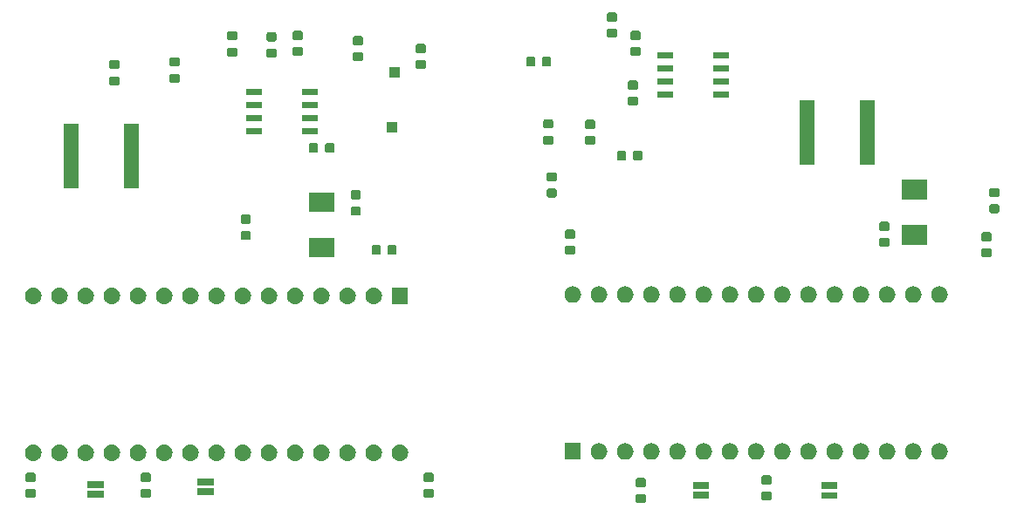
<source format=gbr>
G04 #@! TF.GenerationSoftware,KiCad,Pcbnew,(5.0.1)-3*
G04 #@! TF.CreationDate,2018-11-04T18:55:45-06:00*
G04 #@! TF.ProjectId,ProofOfConceptBoardV1,50726F6F664F66436F6E63657074426F,rev?*
G04 #@! TF.SameCoordinates,Original*
G04 #@! TF.FileFunction,Soldermask,Top*
G04 #@! TF.FilePolarity,Negative*
%FSLAX46Y46*%
G04 Gerber Fmt 4.6, Leading zero omitted, Abs format (unit mm)*
G04 Created by KiCad (PCBNEW (5.0.1)-3) date 11/4/2018 6:55:45 PM*
%MOMM*%
%LPD*%
G01*
G04 APERTURE LIST*
%ADD10C,0.100000*%
G04 APERTURE END LIST*
D10*
G36*
X138525116Y-105509595D02*
X138554313Y-105518452D01*
X138581218Y-105532833D01*
X138604808Y-105552192D01*
X138624167Y-105575782D01*
X138638548Y-105602687D01*
X138647405Y-105631884D01*
X138651000Y-105668390D01*
X138651000Y-106218610D01*
X138647405Y-106255116D01*
X138638548Y-106284313D01*
X138624167Y-106311218D01*
X138604808Y-106334808D01*
X138581218Y-106354167D01*
X138554313Y-106368548D01*
X138525116Y-106377405D01*
X138488610Y-106381000D01*
X137863390Y-106381000D01*
X137826884Y-106377405D01*
X137797687Y-106368548D01*
X137770782Y-106354167D01*
X137747192Y-106334808D01*
X137727833Y-106311218D01*
X137713452Y-106284313D01*
X137704595Y-106255116D01*
X137701000Y-106218610D01*
X137701000Y-105668390D01*
X137704595Y-105631884D01*
X137713452Y-105602687D01*
X137727833Y-105575782D01*
X137747192Y-105552192D01*
X137770782Y-105532833D01*
X137797687Y-105518452D01*
X137826884Y-105509595D01*
X137863390Y-105506000D01*
X138488610Y-105506000D01*
X138525116Y-105509595D01*
X138525116Y-105509595D01*
G37*
G36*
X150717116Y-105255595D02*
X150746313Y-105264452D01*
X150773218Y-105278833D01*
X150796808Y-105298192D01*
X150816167Y-105321782D01*
X150830548Y-105348687D01*
X150839405Y-105377884D01*
X150843000Y-105414390D01*
X150843000Y-105964610D01*
X150839405Y-106001116D01*
X150830548Y-106030313D01*
X150816167Y-106057218D01*
X150796808Y-106080808D01*
X150773218Y-106100167D01*
X150746313Y-106114548D01*
X150717116Y-106123405D01*
X150680610Y-106127000D01*
X150055390Y-106127000D01*
X150018884Y-106123405D01*
X149989687Y-106114548D01*
X149962782Y-106100167D01*
X149939192Y-106080808D01*
X149919833Y-106057218D01*
X149905452Y-106030313D01*
X149896595Y-106001116D01*
X149893000Y-105964610D01*
X149893000Y-105414390D01*
X149896595Y-105377884D01*
X149905452Y-105348687D01*
X149919833Y-105321782D01*
X149939192Y-105298192D01*
X149962782Y-105278833D01*
X149989687Y-105264452D01*
X150018884Y-105255595D01*
X150055390Y-105252000D01*
X150680610Y-105252000D01*
X150717116Y-105255595D01*
X150717116Y-105255595D01*
G37*
G36*
X157264000Y-105956000D02*
X155664000Y-105956000D01*
X155664000Y-105306000D01*
X157264000Y-105306000D01*
X157264000Y-105956000D01*
X157264000Y-105956000D01*
G37*
G36*
X144818000Y-105923000D02*
X143218000Y-105923000D01*
X143218000Y-105273000D01*
X144818000Y-105273000D01*
X144818000Y-105923000D01*
X144818000Y-105923000D01*
G37*
G36*
X90519116Y-105001595D02*
X90548313Y-105010452D01*
X90575218Y-105024833D01*
X90598808Y-105044192D01*
X90618167Y-105067782D01*
X90632548Y-105094687D01*
X90641405Y-105123884D01*
X90645000Y-105160390D01*
X90645000Y-105710610D01*
X90641405Y-105747116D01*
X90632548Y-105776313D01*
X90618167Y-105803218D01*
X90598808Y-105826808D01*
X90575218Y-105846167D01*
X90548313Y-105860548D01*
X90519116Y-105869405D01*
X90482610Y-105873000D01*
X89857390Y-105873000D01*
X89820884Y-105869405D01*
X89791687Y-105860548D01*
X89764782Y-105846167D01*
X89741192Y-105826808D01*
X89721833Y-105803218D01*
X89707452Y-105776313D01*
X89698595Y-105747116D01*
X89695000Y-105710610D01*
X89695000Y-105160390D01*
X89698595Y-105123884D01*
X89707452Y-105094687D01*
X89721833Y-105067782D01*
X89741192Y-105044192D01*
X89764782Y-105024833D01*
X89791687Y-105010452D01*
X89820884Y-105001595D01*
X89857390Y-104998000D01*
X90482610Y-104998000D01*
X90519116Y-105001595D01*
X90519116Y-105001595D01*
G37*
G36*
X117951116Y-105001595D02*
X117980313Y-105010452D01*
X118007218Y-105024833D01*
X118030808Y-105044192D01*
X118050167Y-105067782D01*
X118064548Y-105094687D01*
X118073405Y-105123884D01*
X118077000Y-105160390D01*
X118077000Y-105710610D01*
X118073405Y-105747116D01*
X118064548Y-105776313D01*
X118050167Y-105803218D01*
X118030808Y-105826808D01*
X118007218Y-105846167D01*
X117980313Y-105860548D01*
X117951116Y-105869405D01*
X117914610Y-105873000D01*
X117289390Y-105873000D01*
X117252884Y-105869405D01*
X117223687Y-105860548D01*
X117196782Y-105846167D01*
X117173192Y-105826808D01*
X117153833Y-105803218D01*
X117139452Y-105776313D01*
X117130595Y-105747116D01*
X117127000Y-105710610D01*
X117127000Y-105160390D01*
X117130595Y-105123884D01*
X117139452Y-105094687D01*
X117153833Y-105067782D01*
X117173192Y-105044192D01*
X117196782Y-105024833D01*
X117223687Y-105010452D01*
X117252884Y-105001595D01*
X117289390Y-104998000D01*
X117914610Y-104998000D01*
X117951116Y-105001595D01*
X117951116Y-105001595D01*
G37*
G36*
X79343116Y-105001595D02*
X79372313Y-105010452D01*
X79399218Y-105024833D01*
X79422808Y-105044192D01*
X79442167Y-105067782D01*
X79456548Y-105094687D01*
X79465405Y-105123884D01*
X79469000Y-105160390D01*
X79469000Y-105710610D01*
X79465405Y-105747116D01*
X79456548Y-105776313D01*
X79442167Y-105803218D01*
X79422808Y-105826808D01*
X79399218Y-105846167D01*
X79372313Y-105860548D01*
X79343116Y-105869405D01*
X79306610Y-105873000D01*
X78681390Y-105873000D01*
X78644884Y-105869405D01*
X78615687Y-105860548D01*
X78588782Y-105846167D01*
X78565192Y-105826808D01*
X78545833Y-105803218D01*
X78531452Y-105776313D01*
X78522595Y-105747116D01*
X78519000Y-105710610D01*
X78519000Y-105160390D01*
X78522595Y-105123884D01*
X78531452Y-105094687D01*
X78545833Y-105067782D01*
X78565192Y-105044192D01*
X78588782Y-105024833D01*
X78615687Y-105010452D01*
X78644884Y-105001595D01*
X78681390Y-104998000D01*
X79306610Y-104998000D01*
X79343116Y-105001595D01*
X79343116Y-105001595D01*
G37*
G36*
X86096157Y-105829497D02*
X84496157Y-105829497D01*
X84496157Y-105179497D01*
X86096157Y-105179497D01*
X86096157Y-105829497D01*
X86096157Y-105829497D01*
G37*
G36*
X96764157Y-105608497D02*
X95164157Y-105608497D01*
X95164157Y-104958497D01*
X96764157Y-104958497D01*
X96764157Y-105608497D01*
X96764157Y-105608497D01*
G37*
G36*
X157264000Y-105006000D02*
X155664000Y-105006000D01*
X155664000Y-104356000D01*
X157264000Y-104356000D01*
X157264000Y-105006000D01*
X157264000Y-105006000D01*
G37*
G36*
X144818000Y-104973000D02*
X143218000Y-104973000D01*
X143218000Y-104323000D01*
X144818000Y-104323000D01*
X144818000Y-104973000D01*
X144818000Y-104973000D01*
G37*
G36*
X86096157Y-104879497D02*
X84496157Y-104879497D01*
X84496157Y-104229497D01*
X86096157Y-104229497D01*
X86096157Y-104879497D01*
X86096157Y-104879497D01*
G37*
G36*
X138525116Y-103934595D02*
X138554313Y-103943452D01*
X138581218Y-103957833D01*
X138604808Y-103977192D01*
X138624167Y-104000782D01*
X138638548Y-104027687D01*
X138647405Y-104056884D01*
X138651000Y-104093390D01*
X138651000Y-104643610D01*
X138647405Y-104680116D01*
X138638548Y-104709313D01*
X138624167Y-104736218D01*
X138604808Y-104759808D01*
X138581218Y-104779167D01*
X138554313Y-104793548D01*
X138525116Y-104802405D01*
X138488610Y-104806000D01*
X137863390Y-104806000D01*
X137826884Y-104802405D01*
X137797687Y-104793548D01*
X137770782Y-104779167D01*
X137747192Y-104759808D01*
X137727833Y-104736218D01*
X137713452Y-104709313D01*
X137704595Y-104680116D01*
X137701000Y-104643610D01*
X137701000Y-104093390D01*
X137704595Y-104056884D01*
X137713452Y-104027687D01*
X137727833Y-104000782D01*
X137747192Y-103977192D01*
X137770782Y-103957833D01*
X137797687Y-103943452D01*
X137826884Y-103934595D01*
X137863390Y-103931000D01*
X138488610Y-103931000D01*
X138525116Y-103934595D01*
X138525116Y-103934595D01*
G37*
G36*
X96764157Y-104658497D02*
X95164157Y-104658497D01*
X95164157Y-104008497D01*
X96764157Y-104008497D01*
X96764157Y-104658497D01*
X96764157Y-104658497D01*
G37*
G36*
X150717116Y-103680595D02*
X150746313Y-103689452D01*
X150773218Y-103703833D01*
X150796808Y-103723192D01*
X150816167Y-103746782D01*
X150830548Y-103773687D01*
X150839405Y-103802884D01*
X150843000Y-103839390D01*
X150843000Y-104389610D01*
X150839405Y-104426116D01*
X150830548Y-104455313D01*
X150816167Y-104482218D01*
X150796808Y-104505808D01*
X150773218Y-104525167D01*
X150746313Y-104539548D01*
X150717116Y-104548405D01*
X150680610Y-104552000D01*
X150055390Y-104552000D01*
X150018884Y-104548405D01*
X149989687Y-104539548D01*
X149962782Y-104525167D01*
X149939192Y-104505808D01*
X149919833Y-104482218D01*
X149905452Y-104455313D01*
X149896595Y-104426116D01*
X149893000Y-104389610D01*
X149893000Y-103839390D01*
X149896595Y-103802884D01*
X149905452Y-103773687D01*
X149919833Y-103746782D01*
X149939192Y-103723192D01*
X149962782Y-103703833D01*
X149989687Y-103689452D01*
X150018884Y-103680595D01*
X150055390Y-103677000D01*
X150680610Y-103677000D01*
X150717116Y-103680595D01*
X150717116Y-103680595D01*
G37*
G36*
X79343116Y-103426595D02*
X79372313Y-103435452D01*
X79399218Y-103449833D01*
X79422808Y-103469192D01*
X79442167Y-103492782D01*
X79456548Y-103519687D01*
X79465405Y-103548884D01*
X79469000Y-103585390D01*
X79469000Y-104135610D01*
X79465405Y-104172116D01*
X79456548Y-104201313D01*
X79442167Y-104228218D01*
X79422808Y-104251808D01*
X79399218Y-104271167D01*
X79372313Y-104285548D01*
X79343116Y-104294405D01*
X79306610Y-104298000D01*
X78681390Y-104298000D01*
X78644884Y-104294405D01*
X78615687Y-104285548D01*
X78588782Y-104271167D01*
X78565192Y-104251808D01*
X78545833Y-104228218D01*
X78531452Y-104201313D01*
X78522595Y-104172116D01*
X78519000Y-104135610D01*
X78519000Y-103585390D01*
X78522595Y-103548884D01*
X78531452Y-103519687D01*
X78545833Y-103492782D01*
X78565192Y-103469192D01*
X78588782Y-103449833D01*
X78615687Y-103435452D01*
X78644884Y-103426595D01*
X78681390Y-103423000D01*
X79306610Y-103423000D01*
X79343116Y-103426595D01*
X79343116Y-103426595D01*
G37*
G36*
X90519116Y-103426595D02*
X90548313Y-103435452D01*
X90575218Y-103449833D01*
X90598808Y-103469192D01*
X90618167Y-103492782D01*
X90632548Y-103519687D01*
X90641405Y-103548884D01*
X90645000Y-103585390D01*
X90645000Y-104135610D01*
X90641405Y-104172116D01*
X90632548Y-104201313D01*
X90618167Y-104228218D01*
X90598808Y-104251808D01*
X90575218Y-104271167D01*
X90548313Y-104285548D01*
X90519116Y-104294405D01*
X90482610Y-104298000D01*
X89857390Y-104298000D01*
X89820884Y-104294405D01*
X89791687Y-104285548D01*
X89764782Y-104271167D01*
X89741192Y-104251808D01*
X89721833Y-104228218D01*
X89707452Y-104201313D01*
X89698595Y-104172116D01*
X89695000Y-104135610D01*
X89695000Y-103585390D01*
X89698595Y-103548884D01*
X89707452Y-103519687D01*
X89721833Y-103492782D01*
X89741192Y-103469192D01*
X89764782Y-103449833D01*
X89791687Y-103435452D01*
X89820884Y-103426595D01*
X89857390Y-103423000D01*
X90482610Y-103423000D01*
X90519116Y-103426595D01*
X90519116Y-103426595D01*
G37*
G36*
X117951116Y-103426595D02*
X117980313Y-103435452D01*
X118007218Y-103449833D01*
X118030808Y-103469192D01*
X118050167Y-103492782D01*
X118064548Y-103519687D01*
X118073405Y-103548884D01*
X118077000Y-103585390D01*
X118077000Y-104135610D01*
X118073405Y-104172116D01*
X118064548Y-104201313D01*
X118050167Y-104228218D01*
X118030808Y-104251808D01*
X118007218Y-104271167D01*
X117980313Y-104285548D01*
X117951116Y-104294405D01*
X117914610Y-104298000D01*
X117289390Y-104298000D01*
X117252884Y-104294405D01*
X117223687Y-104285548D01*
X117196782Y-104271167D01*
X117173192Y-104251808D01*
X117153833Y-104228218D01*
X117139452Y-104201313D01*
X117130595Y-104172116D01*
X117127000Y-104135610D01*
X117127000Y-103585390D01*
X117130595Y-103548884D01*
X117139452Y-103519687D01*
X117153833Y-103492782D01*
X117173192Y-103469192D01*
X117196782Y-103449833D01*
X117223687Y-103435452D01*
X117252884Y-103426595D01*
X117289390Y-103423000D01*
X117914610Y-103423000D01*
X117951116Y-103426595D01*
X117951116Y-103426595D01*
G37*
G36*
X112385649Y-100680717D02*
X112424827Y-100684576D01*
X112500227Y-100707448D01*
X112575629Y-100730321D01*
X112714608Y-100804608D01*
X112836422Y-100904578D01*
X112936392Y-101026392D01*
X113010679Y-101165371D01*
X113056424Y-101316174D01*
X113071870Y-101473000D01*
X113056424Y-101629826D01*
X113010679Y-101780629D01*
X112936392Y-101919608D01*
X112836422Y-102041422D01*
X112714608Y-102141392D01*
X112575629Y-102215679D01*
X112500228Y-102238551D01*
X112424827Y-102261424D01*
X112385649Y-102265283D01*
X112307295Y-102273000D01*
X112228705Y-102273000D01*
X112150351Y-102265283D01*
X112111173Y-102261424D01*
X112035772Y-102238551D01*
X111960371Y-102215679D01*
X111821392Y-102141392D01*
X111699578Y-102041422D01*
X111599608Y-101919608D01*
X111525321Y-101780629D01*
X111479576Y-101629826D01*
X111464130Y-101473000D01*
X111479576Y-101316174D01*
X111525321Y-101165371D01*
X111599608Y-101026392D01*
X111699578Y-100904578D01*
X111821392Y-100804608D01*
X111960371Y-100730321D01*
X112035773Y-100707448D01*
X112111173Y-100684576D01*
X112150351Y-100680717D01*
X112228705Y-100673000D01*
X112307295Y-100673000D01*
X112385649Y-100680717D01*
X112385649Y-100680717D01*
G37*
G36*
X79365649Y-100680717D02*
X79404827Y-100684576D01*
X79480227Y-100707448D01*
X79555629Y-100730321D01*
X79694608Y-100804608D01*
X79816422Y-100904578D01*
X79916392Y-101026392D01*
X79990679Y-101165371D01*
X80036424Y-101316174D01*
X80051870Y-101473000D01*
X80036424Y-101629826D01*
X79990679Y-101780629D01*
X79916392Y-101919608D01*
X79816422Y-102041422D01*
X79694608Y-102141392D01*
X79555629Y-102215679D01*
X79480228Y-102238551D01*
X79404827Y-102261424D01*
X79365649Y-102265283D01*
X79287295Y-102273000D01*
X79208705Y-102273000D01*
X79130351Y-102265283D01*
X79091173Y-102261424D01*
X79015772Y-102238551D01*
X78940371Y-102215679D01*
X78801392Y-102141392D01*
X78679578Y-102041422D01*
X78579608Y-101919608D01*
X78505321Y-101780629D01*
X78459576Y-101629826D01*
X78444130Y-101473000D01*
X78459576Y-101316174D01*
X78505321Y-101165371D01*
X78579608Y-101026392D01*
X78679578Y-100904578D01*
X78801392Y-100804608D01*
X78940371Y-100730321D01*
X79015773Y-100707448D01*
X79091173Y-100684576D01*
X79130351Y-100680717D01*
X79208705Y-100673000D01*
X79287295Y-100673000D01*
X79365649Y-100680717D01*
X79365649Y-100680717D01*
G37*
G36*
X84445649Y-100680717D02*
X84484827Y-100684576D01*
X84560227Y-100707448D01*
X84635629Y-100730321D01*
X84774608Y-100804608D01*
X84896422Y-100904578D01*
X84996392Y-101026392D01*
X85070679Y-101165371D01*
X85116424Y-101316174D01*
X85131870Y-101473000D01*
X85116424Y-101629826D01*
X85070679Y-101780629D01*
X84996392Y-101919608D01*
X84896422Y-102041422D01*
X84774608Y-102141392D01*
X84635629Y-102215679D01*
X84560228Y-102238551D01*
X84484827Y-102261424D01*
X84445649Y-102265283D01*
X84367295Y-102273000D01*
X84288705Y-102273000D01*
X84210351Y-102265283D01*
X84171173Y-102261424D01*
X84095772Y-102238551D01*
X84020371Y-102215679D01*
X83881392Y-102141392D01*
X83759578Y-102041422D01*
X83659608Y-101919608D01*
X83585321Y-101780629D01*
X83539576Y-101629826D01*
X83524130Y-101473000D01*
X83539576Y-101316174D01*
X83585321Y-101165371D01*
X83659608Y-101026392D01*
X83759578Y-100904578D01*
X83881392Y-100804608D01*
X84020371Y-100730321D01*
X84095773Y-100707448D01*
X84171173Y-100684576D01*
X84210351Y-100680717D01*
X84288705Y-100673000D01*
X84367295Y-100673000D01*
X84445649Y-100680717D01*
X84445649Y-100680717D01*
G37*
G36*
X86985649Y-100680717D02*
X87024827Y-100684576D01*
X87100227Y-100707448D01*
X87175629Y-100730321D01*
X87314608Y-100804608D01*
X87436422Y-100904578D01*
X87536392Y-101026392D01*
X87610679Y-101165371D01*
X87656424Y-101316174D01*
X87671870Y-101473000D01*
X87656424Y-101629826D01*
X87610679Y-101780629D01*
X87536392Y-101919608D01*
X87436422Y-102041422D01*
X87314608Y-102141392D01*
X87175629Y-102215679D01*
X87100228Y-102238551D01*
X87024827Y-102261424D01*
X86985649Y-102265283D01*
X86907295Y-102273000D01*
X86828705Y-102273000D01*
X86750351Y-102265283D01*
X86711173Y-102261424D01*
X86635772Y-102238551D01*
X86560371Y-102215679D01*
X86421392Y-102141392D01*
X86299578Y-102041422D01*
X86199608Y-101919608D01*
X86125321Y-101780629D01*
X86079576Y-101629826D01*
X86064130Y-101473000D01*
X86079576Y-101316174D01*
X86125321Y-101165371D01*
X86199608Y-101026392D01*
X86299578Y-100904578D01*
X86421392Y-100804608D01*
X86560371Y-100730321D01*
X86635773Y-100707448D01*
X86711173Y-100684576D01*
X86750351Y-100680717D01*
X86828705Y-100673000D01*
X86907295Y-100673000D01*
X86985649Y-100680717D01*
X86985649Y-100680717D01*
G37*
G36*
X89525649Y-100680717D02*
X89564827Y-100684576D01*
X89640227Y-100707448D01*
X89715629Y-100730321D01*
X89854608Y-100804608D01*
X89976422Y-100904578D01*
X90076392Y-101026392D01*
X90150679Y-101165371D01*
X90196424Y-101316174D01*
X90211870Y-101473000D01*
X90196424Y-101629826D01*
X90150679Y-101780629D01*
X90076392Y-101919608D01*
X89976422Y-102041422D01*
X89854608Y-102141392D01*
X89715629Y-102215679D01*
X89640228Y-102238551D01*
X89564827Y-102261424D01*
X89525649Y-102265283D01*
X89447295Y-102273000D01*
X89368705Y-102273000D01*
X89290351Y-102265283D01*
X89251173Y-102261424D01*
X89175772Y-102238551D01*
X89100371Y-102215679D01*
X88961392Y-102141392D01*
X88839578Y-102041422D01*
X88739608Y-101919608D01*
X88665321Y-101780629D01*
X88619576Y-101629826D01*
X88604130Y-101473000D01*
X88619576Y-101316174D01*
X88665321Y-101165371D01*
X88739608Y-101026392D01*
X88839578Y-100904578D01*
X88961392Y-100804608D01*
X89100371Y-100730321D01*
X89175773Y-100707448D01*
X89251173Y-100684576D01*
X89290351Y-100680717D01*
X89368705Y-100673000D01*
X89447295Y-100673000D01*
X89525649Y-100680717D01*
X89525649Y-100680717D01*
G37*
G36*
X92065649Y-100680717D02*
X92104827Y-100684576D01*
X92180227Y-100707448D01*
X92255629Y-100730321D01*
X92394608Y-100804608D01*
X92516422Y-100904578D01*
X92616392Y-101026392D01*
X92690679Y-101165371D01*
X92736424Y-101316174D01*
X92751870Y-101473000D01*
X92736424Y-101629826D01*
X92690679Y-101780629D01*
X92616392Y-101919608D01*
X92516422Y-102041422D01*
X92394608Y-102141392D01*
X92255629Y-102215679D01*
X92180228Y-102238551D01*
X92104827Y-102261424D01*
X92065649Y-102265283D01*
X91987295Y-102273000D01*
X91908705Y-102273000D01*
X91830351Y-102265283D01*
X91791173Y-102261424D01*
X91715772Y-102238551D01*
X91640371Y-102215679D01*
X91501392Y-102141392D01*
X91379578Y-102041422D01*
X91279608Y-101919608D01*
X91205321Y-101780629D01*
X91159576Y-101629826D01*
X91144130Y-101473000D01*
X91159576Y-101316174D01*
X91205321Y-101165371D01*
X91279608Y-101026392D01*
X91379578Y-100904578D01*
X91501392Y-100804608D01*
X91640371Y-100730321D01*
X91715773Y-100707448D01*
X91791173Y-100684576D01*
X91830351Y-100680717D01*
X91908705Y-100673000D01*
X91987295Y-100673000D01*
X92065649Y-100680717D01*
X92065649Y-100680717D01*
G37*
G36*
X94605649Y-100680717D02*
X94644827Y-100684576D01*
X94720227Y-100707448D01*
X94795629Y-100730321D01*
X94934608Y-100804608D01*
X95056422Y-100904578D01*
X95156392Y-101026392D01*
X95230679Y-101165371D01*
X95276424Y-101316174D01*
X95291870Y-101473000D01*
X95276424Y-101629826D01*
X95230679Y-101780629D01*
X95156392Y-101919608D01*
X95056422Y-102041422D01*
X94934608Y-102141392D01*
X94795629Y-102215679D01*
X94720228Y-102238551D01*
X94644827Y-102261424D01*
X94605649Y-102265283D01*
X94527295Y-102273000D01*
X94448705Y-102273000D01*
X94370351Y-102265283D01*
X94331173Y-102261424D01*
X94255772Y-102238551D01*
X94180371Y-102215679D01*
X94041392Y-102141392D01*
X93919578Y-102041422D01*
X93819608Y-101919608D01*
X93745321Y-101780629D01*
X93699576Y-101629826D01*
X93684130Y-101473000D01*
X93699576Y-101316174D01*
X93745321Y-101165371D01*
X93819608Y-101026392D01*
X93919578Y-100904578D01*
X94041392Y-100804608D01*
X94180371Y-100730321D01*
X94255773Y-100707448D01*
X94331173Y-100684576D01*
X94370351Y-100680717D01*
X94448705Y-100673000D01*
X94527295Y-100673000D01*
X94605649Y-100680717D01*
X94605649Y-100680717D01*
G37*
G36*
X97145649Y-100680717D02*
X97184827Y-100684576D01*
X97260227Y-100707448D01*
X97335629Y-100730321D01*
X97474608Y-100804608D01*
X97596422Y-100904578D01*
X97696392Y-101026392D01*
X97770679Y-101165371D01*
X97816424Y-101316174D01*
X97831870Y-101473000D01*
X97816424Y-101629826D01*
X97770679Y-101780629D01*
X97696392Y-101919608D01*
X97596422Y-102041422D01*
X97474608Y-102141392D01*
X97335629Y-102215679D01*
X97260228Y-102238551D01*
X97184827Y-102261424D01*
X97145649Y-102265283D01*
X97067295Y-102273000D01*
X96988705Y-102273000D01*
X96910351Y-102265283D01*
X96871173Y-102261424D01*
X96795772Y-102238551D01*
X96720371Y-102215679D01*
X96581392Y-102141392D01*
X96459578Y-102041422D01*
X96359608Y-101919608D01*
X96285321Y-101780629D01*
X96239576Y-101629826D01*
X96224130Y-101473000D01*
X96239576Y-101316174D01*
X96285321Y-101165371D01*
X96359608Y-101026392D01*
X96459578Y-100904578D01*
X96581392Y-100804608D01*
X96720371Y-100730321D01*
X96795773Y-100707448D01*
X96871173Y-100684576D01*
X96910351Y-100680717D01*
X96988705Y-100673000D01*
X97067295Y-100673000D01*
X97145649Y-100680717D01*
X97145649Y-100680717D01*
G37*
G36*
X81905649Y-100680717D02*
X81944827Y-100684576D01*
X82020227Y-100707448D01*
X82095629Y-100730321D01*
X82234608Y-100804608D01*
X82356422Y-100904578D01*
X82456392Y-101026392D01*
X82530679Y-101165371D01*
X82576424Y-101316174D01*
X82591870Y-101473000D01*
X82576424Y-101629826D01*
X82530679Y-101780629D01*
X82456392Y-101919608D01*
X82356422Y-102041422D01*
X82234608Y-102141392D01*
X82095629Y-102215679D01*
X82020228Y-102238551D01*
X81944827Y-102261424D01*
X81905649Y-102265283D01*
X81827295Y-102273000D01*
X81748705Y-102273000D01*
X81670351Y-102265283D01*
X81631173Y-102261424D01*
X81555772Y-102238551D01*
X81480371Y-102215679D01*
X81341392Y-102141392D01*
X81219578Y-102041422D01*
X81119608Y-101919608D01*
X81045321Y-101780629D01*
X80999576Y-101629826D01*
X80984130Y-101473000D01*
X80999576Y-101316174D01*
X81045321Y-101165371D01*
X81119608Y-101026392D01*
X81219578Y-100904578D01*
X81341392Y-100804608D01*
X81480371Y-100730321D01*
X81555773Y-100707448D01*
X81631173Y-100684576D01*
X81670351Y-100680717D01*
X81748705Y-100673000D01*
X81827295Y-100673000D01*
X81905649Y-100680717D01*
X81905649Y-100680717D01*
G37*
G36*
X102225649Y-100680717D02*
X102264827Y-100684576D01*
X102340227Y-100707448D01*
X102415629Y-100730321D01*
X102554608Y-100804608D01*
X102676422Y-100904578D01*
X102776392Y-101026392D01*
X102850679Y-101165371D01*
X102896424Y-101316174D01*
X102911870Y-101473000D01*
X102896424Y-101629826D01*
X102850679Y-101780629D01*
X102776392Y-101919608D01*
X102676422Y-102041422D01*
X102554608Y-102141392D01*
X102415629Y-102215679D01*
X102340228Y-102238551D01*
X102264827Y-102261424D01*
X102225649Y-102265283D01*
X102147295Y-102273000D01*
X102068705Y-102273000D01*
X101990351Y-102265283D01*
X101951173Y-102261424D01*
X101875772Y-102238551D01*
X101800371Y-102215679D01*
X101661392Y-102141392D01*
X101539578Y-102041422D01*
X101439608Y-101919608D01*
X101365321Y-101780629D01*
X101319576Y-101629826D01*
X101304130Y-101473000D01*
X101319576Y-101316174D01*
X101365321Y-101165371D01*
X101439608Y-101026392D01*
X101539578Y-100904578D01*
X101661392Y-100804608D01*
X101800371Y-100730321D01*
X101875773Y-100707448D01*
X101951173Y-100684576D01*
X101990351Y-100680717D01*
X102068705Y-100673000D01*
X102147295Y-100673000D01*
X102225649Y-100680717D01*
X102225649Y-100680717D01*
G37*
G36*
X104765649Y-100680717D02*
X104804827Y-100684576D01*
X104880227Y-100707448D01*
X104955629Y-100730321D01*
X105094608Y-100804608D01*
X105216422Y-100904578D01*
X105316392Y-101026392D01*
X105390679Y-101165371D01*
X105436424Y-101316174D01*
X105451870Y-101473000D01*
X105436424Y-101629826D01*
X105390679Y-101780629D01*
X105316392Y-101919608D01*
X105216422Y-102041422D01*
X105094608Y-102141392D01*
X104955629Y-102215679D01*
X104880228Y-102238551D01*
X104804827Y-102261424D01*
X104765649Y-102265283D01*
X104687295Y-102273000D01*
X104608705Y-102273000D01*
X104530351Y-102265283D01*
X104491173Y-102261424D01*
X104415772Y-102238551D01*
X104340371Y-102215679D01*
X104201392Y-102141392D01*
X104079578Y-102041422D01*
X103979608Y-101919608D01*
X103905321Y-101780629D01*
X103859576Y-101629826D01*
X103844130Y-101473000D01*
X103859576Y-101316174D01*
X103905321Y-101165371D01*
X103979608Y-101026392D01*
X104079578Y-100904578D01*
X104201392Y-100804608D01*
X104340371Y-100730321D01*
X104415773Y-100707448D01*
X104491173Y-100684576D01*
X104530351Y-100680717D01*
X104608705Y-100673000D01*
X104687295Y-100673000D01*
X104765649Y-100680717D01*
X104765649Y-100680717D01*
G37*
G36*
X107305649Y-100680717D02*
X107344827Y-100684576D01*
X107420227Y-100707448D01*
X107495629Y-100730321D01*
X107634608Y-100804608D01*
X107756422Y-100904578D01*
X107856392Y-101026392D01*
X107930679Y-101165371D01*
X107976424Y-101316174D01*
X107991870Y-101473000D01*
X107976424Y-101629826D01*
X107930679Y-101780629D01*
X107856392Y-101919608D01*
X107756422Y-102041422D01*
X107634608Y-102141392D01*
X107495629Y-102215679D01*
X107420228Y-102238551D01*
X107344827Y-102261424D01*
X107305649Y-102265283D01*
X107227295Y-102273000D01*
X107148705Y-102273000D01*
X107070351Y-102265283D01*
X107031173Y-102261424D01*
X106955772Y-102238551D01*
X106880371Y-102215679D01*
X106741392Y-102141392D01*
X106619578Y-102041422D01*
X106519608Y-101919608D01*
X106445321Y-101780629D01*
X106399576Y-101629826D01*
X106384130Y-101473000D01*
X106399576Y-101316174D01*
X106445321Y-101165371D01*
X106519608Y-101026392D01*
X106619578Y-100904578D01*
X106741392Y-100804608D01*
X106880371Y-100730321D01*
X106955773Y-100707448D01*
X107031173Y-100684576D01*
X107070351Y-100680717D01*
X107148705Y-100673000D01*
X107227295Y-100673000D01*
X107305649Y-100680717D01*
X107305649Y-100680717D01*
G37*
G36*
X109845649Y-100680717D02*
X109884827Y-100684576D01*
X109960227Y-100707448D01*
X110035629Y-100730321D01*
X110174608Y-100804608D01*
X110296422Y-100904578D01*
X110396392Y-101026392D01*
X110470679Y-101165371D01*
X110516424Y-101316174D01*
X110531870Y-101473000D01*
X110516424Y-101629826D01*
X110470679Y-101780629D01*
X110396392Y-101919608D01*
X110296422Y-102041422D01*
X110174608Y-102141392D01*
X110035629Y-102215679D01*
X109960228Y-102238551D01*
X109884827Y-102261424D01*
X109845649Y-102265283D01*
X109767295Y-102273000D01*
X109688705Y-102273000D01*
X109610351Y-102265283D01*
X109571173Y-102261424D01*
X109495772Y-102238551D01*
X109420371Y-102215679D01*
X109281392Y-102141392D01*
X109159578Y-102041422D01*
X109059608Y-101919608D01*
X108985321Y-101780629D01*
X108939576Y-101629826D01*
X108924130Y-101473000D01*
X108939576Y-101316174D01*
X108985321Y-101165371D01*
X109059608Y-101026392D01*
X109159578Y-100904578D01*
X109281392Y-100804608D01*
X109420371Y-100730321D01*
X109495773Y-100707448D01*
X109571173Y-100684576D01*
X109610351Y-100680717D01*
X109688705Y-100673000D01*
X109767295Y-100673000D01*
X109845649Y-100680717D01*
X109845649Y-100680717D01*
G37*
G36*
X114925649Y-100680717D02*
X114964827Y-100684576D01*
X115040227Y-100707448D01*
X115115629Y-100730321D01*
X115254608Y-100804608D01*
X115376422Y-100904578D01*
X115476392Y-101026392D01*
X115550679Y-101165371D01*
X115596424Y-101316174D01*
X115611870Y-101473000D01*
X115596424Y-101629826D01*
X115550679Y-101780629D01*
X115476392Y-101919608D01*
X115376422Y-102041422D01*
X115254608Y-102141392D01*
X115115629Y-102215679D01*
X115040228Y-102238551D01*
X114964827Y-102261424D01*
X114925649Y-102265283D01*
X114847295Y-102273000D01*
X114768705Y-102273000D01*
X114690351Y-102265283D01*
X114651173Y-102261424D01*
X114575772Y-102238551D01*
X114500371Y-102215679D01*
X114361392Y-102141392D01*
X114239578Y-102041422D01*
X114139608Y-101919608D01*
X114065321Y-101780629D01*
X114019576Y-101629826D01*
X114004130Y-101473000D01*
X114019576Y-101316174D01*
X114065321Y-101165371D01*
X114139608Y-101026392D01*
X114239578Y-100904578D01*
X114361392Y-100804608D01*
X114500371Y-100730321D01*
X114575773Y-100707448D01*
X114651173Y-100684576D01*
X114690351Y-100680717D01*
X114768705Y-100673000D01*
X114847295Y-100673000D01*
X114925649Y-100680717D01*
X114925649Y-100680717D01*
G37*
G36*
X99685649Y-100680717D02*
X99724827Y-100684576D01*
X99800227Y-100707448D01*
X99875629Y-100730321D01*
X100014608Y-100804608D01*
X100136422Y-100904578D01*
X100236392Y-101026392D01*
X100310679Y-101165371D01*
X100356424Y-101316174D01*
X100371870Y-101473000D01*
X100356424Y-101629826D01*
X100310679Y-101780629D01*
X100236392Y-101919608D01*
X100136422Y-102041422D01*
X100014608Y-102141392D01*
X99875629Y-102215679D01*
X99800228Y-102238551D01*
X99724827Y-102261424D01*
X99685649Y-102265283D01*
X99607295Y-102273000D01*
X99528705Y-102273000D01*
X99450351Y-102265283D01*
X99411173Y-102261424D01*
X99335772Y-102238551D01*
X99260371Y-102215679D01*
X99121392Y-102141392D01*
X98999578Y-102041422D01*
X98899608Y-101919608D01*
X98825321Y-101780629D01*
X98779576Y-101629826D01*
X98764130Y-101473000D01*
X98779576Y-101316174D01*
X98825321Y-101165371D01*
X98899608Y-101026392D01*
X98999578Y-100904578D01*
X99121392Y-100804608D01*
X99260371Y-100730321D01*
X99335773Y-100707448D01*
X99411173Y-100684576D01*
X99450351Y-100680717D01*
X99528705Y-100673000D01*
X99607295Y-100673000D01*
X99685649Y-100680717D01*
X99685649Y-100680717D01*
G37*
G36*
X167249649Y-100553717D02*
X167288827Y-100557576D01*
X167364228Y-100580449D01*
X167439629Y-100603321D01*
X167578608Y-100677608D01*
X167700422Y-100777578D01*
X167800392Y-100899392D01*
X167874679Y-101038371D01*
X167920424Y-101189174D01*
X167935870Y-101346000D01*
X167920424Y-101502826D01*
X167874679Y-101653629D01*
X167800392Y-101792608D01*
X167700422Y-101914422D01*
X167578608Y-102014392D01*
X167439629Y-102088679D01*
X167364228Y-102111551D01*
X167288827Y-102134424D01*
X167249649Y-102138283D01*
X167171295Y-102146000D01*
X167092705Y-102146000D01*
X167014351Y-102138283D01*
X166975173Y-102134424D01*
X166899772Y-102111551D01*
X166824371Y-102088679D01*
X166685392Y-102014392D01*
X166563578Y-101914422D01*
X166463608Y-101792608D01*
X166389321Y-101653629D01*
X166343576Y-101502826D01*
X166328130Y-101346000D01*
X166343576Y-101189174D01*
X166389321Y-101038371D01*
X166463608Y-100899392D01*
X166563578Y-100777578D01*
X166685392Y-100677608D01*
X166824371Y-100603321D01*
X166899772Y-100580449D01*
X166975173Y-100557576D01*
X167014351Y-100553717D01*
X167092705Y-100546000D01*
X167171295Y-100546000D01*
X167249649Y-100553717D01*
X167249649Y-100553717D01*
G37*
G36*
X157089649Y-100553717D02*
X157128827Y-100557576D01*
X157204228Y-100580449D01*
X157279629Y-100603321D01*
X157418608Y-100677608D01*
X157540422Y-100777578D01*
X157640392Y-100899392D01*
X157714679Y-101038371D01*
X157760424Y-101189174D01*
X157775870Y-101346000D01*
X157760424Y-101502826D01*
X157714679Y-101653629D01*
X157640392Y-101792608D01*
X157540422Y-101914422D01*
X157418608Y-102014392D01*
X157279629Y-102088679D01*
X157204228Y-102111551D01*
X157128827Y-102134424D01*
X157089649Y-102138283D01*
X157011295Y-102146000D01*
X156932705Y-102146000D01*
X156854351Y-102138283D01*
X156815173Y-102134424D01*
X156739772Y-102111551D01*
X156664371Y-102088679D01*
X156525392Y-102014392D01*
X156403578Y-101914422D01*
X156303608Y-101792608D01*
X156229321Y-101653629D01*
X156183576Y-101502826D01*
X156168130Y-101346000D01*
X156183576Y-101189174D01*
X156229321Y-101038371D01*
X156303608Y-100899392D01*
X156403578Y-100777578D01*
X156525392Y-100677608D01*
X156664371Y-100603321D01*
X156739772Y-100580449D01*
X156815173Y-100557576D01*
X156854351Y-100553717D01*
X156932705Y-100546000D01*
X157011295Y-100546000D01*
X157089649Y-100553717D01*
X157089649Y-100553717D01*
G37*
G36*
X154549649Y-100553717D02*
X154588827Y-100557576D01*
X154664228Y-100580449D01*
X154739629Y-100603321D01*
X154878608Y-100677608D01*
X155000422Y-100777578D01*
X155100392Y-100899392D01*
X155174679Y-101038371D01*
X155220424Y-101189174D01*
X155235870Y-101346000D01*
X155220424Y-101502826D01*
X155174679Y-101653629D01*
X155100392Y-101792608D01*
X155000422Y-101914422D01*
X154878608Y-102014392D01*
X154739629Y-102088679D01*
X154664228Y-102111551D01*
X154588827Y-102134424D01*
X154549649Y-102138283D01*
X154471295Y-102146000D01*
X154392705Y-102146000D01*
X154314351Y-102138283D01*
X154275173Y-102134424D01*
X154199772Y-102111551D01*
X154124371Y-102088679D01*
X153985392Y-102014392D01*
X153863578Y-101914422D01*
X153763608Y-101792608D01*
X153689321Y-101653629D01*
X153643576Y-101502826D01*
X153628130Y-101346000D01*
X153643576Y-101189174D01*
X153689321Y-101038371D01*
X153763608Y-100899392D01*
X153863578Y-100777578D01*
X153985392Y-100677608D01*
X154124371Y-100603321D01*
X154199772Y-100580449D01*
X154275173Y-100557576D01*
X154314351Y-100553717D01*
X154392705Y-100546000D01*
X154471295Y-100546000D01*
X154549649Y-100553717D01*
X154549649Y-100553717D01*
G37*
G36*
X152009649Y-100553717D02*
X152048827Y-100557576D01*
X152124228Y-100580449D01*
X152199629Y-100603321D01*
X152338608Y-100677608D01*
X152460422Y-100777578D01*
X152560392Y-100899392D01*
X152634679Y-101038371D01*
X152680424Y-101189174D01*
X152695870Y-101346000D01*
X152680424Y-101502826D01*
X152634679Y-101653629D01*
X152560392Y-101792608D01*
X152460422Y-101914422D01*
X152338608Y-102014392D01*
X152199629Y-102088679D01*
X152124228Y-102111551D01*
X152048827Y-102134424D01*
X152009649Y-102138283D01*
X151931295Y-102146000D01*
X151852705Y-102146000D01*
X151774351Y-102138283D01*
X151735173Y-102134424D01*
X151659772Y-102111551D01*
X151584371Y-102088679D01*
X151445392Y-102014392D01*
X151323578Y-101914422D01*
X151223608Y-101792608D01*
X151149321Y-101653629D01*
X151103576Y-101502826D01*
X151088130Y-101346000D01*
X151103576Y-101189174D01*
X151149321Y-101038371D01*
X151223608Y-100899392D01*
X151323578Y-100777578D01*
X151445392Y-100677608D01*
X151584371Y-100603321D01*
X151659772Y-100580449D01*
X151735173Y-100557576D01*
X151774351Y-100553717D01*
X151852705Y-100546000D01*
X151931295Y-100546000D01*
X152009649Y-100553717D01*
X152009649Y-100553717D01*
G37*
G36*
X149469649Y-100553717D02*
X149508827Y-100557576D01*
X149584228Y-100580449D01*
X149659629Y-100603321D01*
X149798608Y-100677608D01*
X149920422Y-100777578D01*
X150020392Y-100899392D01*
X150094679Y-101038371D01*
X150140424Y-101189174D01*
X150155870Y-101346000D01*
X150140424Y-101502826D01*
X150094679Y-101653629D01*
X150020392Y-101792608D01*
X149920422Y-101914422D01*
X149798608Y-102014392D01*
X149659629Y-102088679D01*
X149584228Y-102111551D01*
X149508827Y-102134424D01*
X149469649Y-102138283D01*
X149391295Y-102146000D01*
X149312705Y-102146000D01*
X149234351Y-102138283D01*
X149195173Y-102134424D01*
X149119772Y-102111551D01*
X149044371Y-102088679D01*
X148905392Y-102014392D01*
X148783578Y-101914422D01*
X148683608Y-101792608D01*
X148609321Y-101653629D01*
X148563576Y-101502826D01*
X148548130Y-101346000D01*
X148563576Y-101189174D01*
X148609321Y-101038371D01*
X148683608Y-100899392D01*
X148783578Y-100777578D01*
X148905392Y-100677608D01*
X149044371Y-100603321D01*
X149119772Y-100580449D01*
X149195173Y-100557576D01*
X149234351Y-100553717D01*
X149312705Y-100546000D01*
X149391295Y-100546000D01*
X149469649Y-100553717D01*
X149469649Y-100553717D01*
G37*
G36*
X146929649Y-100553717D02*
X146968827Y-100557576D01*
X147044228Y-100580449D01*
X147119629Y-100603321D01*
X147258608Y-100677608D01*
X147380422Y-100777578D01*
X147480392Y-100899392D01*
X147554679Y-101038371D01*
X147600424Y-101189174D01*
X147615870Y-101346000D01*
X147600424Y-101502826D01*
X147554679Y-101653629D01*
X147480392Y-101792608D01*
X147380422Y-101914422D01*
X147258608Y-102014392D01*
X147119629Y-102088679D01*
X147044228Y-102111551D01*
X146968827Y-102134424D01*
X146929649Y-102138283D01*
X146851295Y-102146000D01*
X146772705Y-102146000D01*
X146694351Y-102138283D01*
X146655173Y-102134424D01*
X146579772Y-102111551D01*
X146504371Y-102088679D01*
X146365392Y-102014392D01*
X146243578Y-101914422D01*
X146143608Y-101792608D01*
X146069321Y-101653629D01*
X146023576Y-101502826D01*
X146008130Y-101346000D01*
X146023576Y-101189174D01*
X146069321Y-101038371D01*
X146143608Y-100899392D01*
X146243578Y-100777578D01*
X146365392Y-100677608D01*
X146504371Y-100603321D01*
X146579772Y-100580449D01*
X146655173Y-100557576D01*
X146694351Y-100553717D01*
X146772705Y-100546000D01*
X146851295Y-100546000D01*
X146929649Y-100553717D01*
X146929649Y-100553717D01*
G37*
G36*
X144389649Y-100553717D02*
X144428827Y-100557576D01*
X144504228Y-100580449D01*
X144579629Y-100603321D01*
X144718608Y-100677608D01*
X144840422Y-100777578D01*
X144940392Y-100899392D01*
X145014679Y-101038371D01*
X145060424Y-101189174D01*
X145075870Y-101346000D01*
X145060424Y-101502826D01*
X145014679Y-101653629D01*
X144940392Y-101792608D01*
X144840422Y-101914422D01*
X144718608Y-102014392D01*
X144579629Y-102088679D01*
X144504228Y-102111551D01*
X144428827Y-102134424D01*
X144389649Y-102138283D01*
X144311295Y-102146000D01*
X144232705Y-102146000D01*
X144154351Y-102138283D01*
X144115173Y-102134424D01*
X144039772Y-102111551D01*
X143964371Y-102088679D01*
X143825392Y-102014392D01*
X143703578Y-101914422D01*
X143603608Y-101792608D01*
X143529321Y-101653629D01*
X143483576Y-101502826D01*
X143468130Y-101346000D01*
X143483576Y-101189174D01*
X143529321Y-101038371D01*
X143603608Y-100899392D01*
X143703578Y-100777578D01*
X143825392Y-100677608D01*
X143964371Y-100603321D01*
X144039772Y-100580449D01*
X144115173Y-100557576D01*
X144154351Y-100553717D01*
X144232705Y-100546000D01*
X144311295Y-100546000D01*
X144389649Y-100553717D01*
X144389649Y-100553717D01*
G37*
G36*
X141849649Y-100553717D02*
X141888827Y-100557576D01*
X141964228Y-100580449D01*
X142039629Y-100603321D01*
X142178608Y-100677608D01*
X142300422Y-100777578D01*
X142400392Y-100899392D01*
X142474679Y-101038371D01*
X142520424Y-101189174D01*
X142535870Y-101346000D01*
X142520424Y-101502826D01*
X142474679Y-101653629D01*
X142400392Y-101792608D01*
X142300422Y-101914422D01*
X142178608Y-102014392D01*
X142039629Y-102088679D01*
X141964228Y-102111551D01*
X141888827Y-102134424D01*
X141849649Y-102138283D01*
X141771295Y-102146000D01*
X141692705Y-102146000D01*
X141614351Y-102138283D01*
X141575173Y-102134424D01*
X141499772Y-102111551D01*
X141424371Y-102088679D01*
X141285392Y-102014392D01*
X141163578Y-101914422D01*
X141063608Y-101792608D01*
X140989321Y-101653629D01*
X140943576Y-101502826D01*
X140928130Y-101346000D01*
X140943576Y-101189174D01*
X140989321Y-101038371D01*
X141063608Y-100899392D01*
X141163578Y-100777578D01*
X141285392Y-100677608D01*
X141424371Y-100603321D01*
X141499772Y-100580449D01*
X141575173Y-100557576D01*
X141614351Y-100553717D01*
X141692705Y-100546000D01*
X141771295Y-100546000D01*
X141849649Y-100553717D01*
X141849649Y-100553717D01*
G37*
G36*
X136769649Y-100553717D02*
X136808827Y-100557576D01*
X136884228Y-100580449D01*
X136959629Y-100603321D01*
X137098608Y-100677608D01*
X137220422Y-100777578D01*
X137320392Y-100899392D01*
X137394679Y-101038371D01*
X137440424Y-101189174D01*
X137455870Y-101346000D01*
X137440424Y-101502826D01*
X137394679Y-101653629D01*
X137320392Y-101792608D01*
X137220422Y-101914422D01*
X137098608Y-102014392D01*
X136959629Y-102088679D01*
X136884228Y-102111551D01*
X136808827Y-102134424D01*
X136769649Y-102138283D01*
X136691295Y-102146000D01*
X136612705Y-102146000D01*
X136534351Y-102138283D01*
X136495173Y-102134424D01*
X136419772Y-102111551D01*
X136344371Y-102088679D01*
X136205392Y-102014392D01*
X136083578Y-101914422D01*
X135983608Y-101792608D01*
X135909321Y-101653629D01*
X135863576Y-101502826D01*
X135848130Y-101346000D01*
X135863576Y-101189174D01*
X135909321Y-101038371D01*
X135983608Y-100899392D01*
X136083578Y-100777578D01*
X136205392Y-100677608D01*
X136344371Y-100603321D01*
X136419772Y-100580449D01*
X136495173Y-100557576D01*
X136534351Y-100553717D01*
X136612705Y-100546000D01*
X136691295Y-100546000D01*
X136769649Y-100553717D01*
X136769649Y-100553717D01*
G37*
G36*
X134229649Y-100553717D02*
X134268827Y-100557576D01*
X134344228Y-100580449D01*
X134419629Y-100603321D01*
X134558608Y-100677608D01*
X134680422Y-100777578D01*
X134780392Y-100899392D01*
X134854679Y-101038371D01*
X134900424Y-101189174D01*
X134915870Y-101346000D01*
X134900424Y-101502826D01*
X134854679Y-101653629D01*
X134780392Y-101792608D01*
X134680422Y-101914422D01*
X134558608Y-102014392D01*
X134419629Y-102088679D01*
X134344228Y-102111551D01*
X134268827Y-102134424D01*
X134229649Y-102138283D01*
X134151295Y-102146000D01*
X134072705Y-102146000D01*
X133994351Y-102138283D01*
X133955173Y-102134424D01*
X133879772Y-102111551D01*
X133804371Y-102088679D01*
X133665392Y-102014392D01*
X133543578Y-101914422D01*
X133443608Y-101792608D01*
X133369321Y-101653629D01*
X133323576Y-101502826D01*
X133308130Y-101346000D01*
X133323576Y-101189174D01*
X133369321Y-101038371D01*
X133443608Y-100899392D01*
X133543578Y-100777578D01*
X133665392Y-100677608D01*
X133804371Y-100603321D01*
X133879772Y-100580449D01*
X133955173Y-100557576D01*
X133994351Y-100553717D01*
X134072705Y-100546000D01*
X134151295Y-100546000D01*
X134229649Y-100553717D01*
X134229649Y-100553717D01*
G37*
G36*
X132372000Y-102146000D02*
X130772000Y-102146000D01*
X130772000Y-100546000D01*
X132372000Y-100546000D01*
X132372000Y-102146000D01*
X132372000Y-102146000D01*
G37*
G36*
X162169649Y-100553717D02*
X162208827Y-100557576D01*
X162284228Y-100580449D01*
X162359629Y-100603321D01*
X162498608Y-100677608D01*
X162620422Y-100777578D01*
X162720392Y-100899392D01*
X162794679Y-101038371D01*
X162840424Y-101189174D01*
X162855870Y-101346000D01*
X162840424Y-101502826D01*
X162794679Y-101653629D01*
X162720392Y-101792608D01*
X162620422Y-101914422D01*
X162498608Y-102014392D01*
X162359629Y-102088679D01*
X162284228Y-102111551D01*
X162208827Y-102134424D01*
X162169649Y-102138283D01*
X162091295Y-102146000D01*
X162012705Y-102146000D01*
X161934351Y-102138283D01*
X161895173Y-102134424D01*
X161819772Y-102111551D01*
X161744371Y-102088679D01*
X161605392Y-102014392D01*
X161483578Y-101914422D01*
X161383608Y-101792608D01*
X161309321Y-101653629D01*
X161263576Y-101502826D01*
X161248130Y-101346000D01*
X161263576Y-101189174D01*
X161309321Y-101038371D01*
X161383608Y-100899392D01*
X161483578Y-100777578D01*
X161605392Y-100677608D01*
X161744371Y-100603321D01*
X161819772Y-100580449D01*
X161895173Y-100557576D01*
X161934351Y-100553717D01*
X162012705Y-100546000D01*
X162091295Y-100546000D01*
X162169649Y-100553717D01*
X162169649Y-100553717D01*
G37*
G36*
X164709649Y-100553717D02*
X164748827Y-100557576D01*
X164824228Y-100580449D01*
X164899629Y-100603321D01*
X165038608Y-100677608D01*
X165160422Y-100777578D01*
X165260392Y-100899392D01*
X165334679Y-101038371D01*
X165380424Y-101189174D01*
X165395870Y-101346000D01*
X165380424Y-101502826D01*
X165334679Y-101653629D01*
X165260392Y-101792608D01*
X165160422Y-101914422D01*
X165038608Y-102014392D01*
X164899629Y-102088679D01*
X164824228Y-102111551D01*
X164748827Y-102134424D01*
X164709649Y-102138283D01*
X164631295Y-102146000D01*
X164552705Y-102146000D01*
X164474351Y-102138283D01*
X164435173Y-102134424D01*
X164359772Y-102111551D01*
X164284371Y-102088679D01*
X164145392Y-102014392D01*
X164023578Y-101914422D01*
X163923608Y-101792608D01*
X163849321Y-101653629D01*
X163803576Y-101502826D01*
X163788130Y-101346000D01*
X163803576Y-101189174D01*
X163849321Y-101038371D01*
X163923608Y-100899392D01*
X164023578Y-100777578D01*
X164145392Y-100677608D01*
X164284371Y-100603321D01*
X164359772Y-100580449D01*
X164435173Y-100557576D01*
X164474351Y-100553717D01*
X164552705Y-100546000D01*
X164631295Y-100546000D01*
X164709649Y-100553717D01*
X164709649Y-100553717D01*
G37*
G36*
X159629649Y-100553717D02*
X159668827Y-100557576D01*
X159744228Y-100580449D01*
X159819629Y-100603321D01*
X159958608Y-100677608D01*
X160080422Y-100777578D01*
X160180392Y-100899392D01*
X160254679Y-101038371D01*
X160300424Y-101189174D01*
X160315870Y-101346000D01*
X160300424Y-101502826D01*
X160254679Y-101653629D01*
X160180392Y-101792608D01*
X160080422Y-101914422D01*
X159958608Y-102014392D01*
X159819629Y-102088679D01*
X159744228Y-102111551D01*
X159668827Y-102134424D01*
X159629649Y-102138283D01*
X159551295Y-102146000D01*
X159472705Y-102146000D01*
X159394351Y-102138283D01*
X159355173Y-102134424D01*
X159279772Y-102111551D01*
X159204371Y-102088679D01*
X159065392Y-102014392D01*
X158943578Y-101914422D01*
X158843608Y-101792608D01*
X158769321Y-101653629D01*
X158723576Y-101502826D01*
X158708130Y-101346000D01*
X158723576Y-101189174D01*
X158769321Y-101038371D01*
X158843608Y-100899392D01*
X158943578Y-100777578D01*
X159065392Y-100677608D01*
X159204371Y-100603321D01*
X159279772Y-100580449D01*
X159355173Y-100557576D01*
X159394351Y-100553717D01*
X159472705Y-100546000D01*
X159551295Y-100546000D01*
X159629649Y-100553717D01*
X159629649Y-100553717D01*
G37*
G36*
X139309649Y-100553717D02*
X139348827Y-100557576D01*
X139424228Y-100580449D01*
X139499629Y-100603321D01*
X139638608Y-100677608D01*
X139760422Y-100777578D01*
X139860392Y-100899392D01*
X139934679Y-101038371D01*
X139980424Y-101189174D01*
X139995870Y-101346000D01*
X139980424Y-101502826D01*
X139934679Y-101653629D01*
X139860392Y-101792608D01*
X139760422Y-101914422D01*
X139638608Y-102014392D01*
X139499629Y-102088679D01*
X139424228Y-102111551D01*
X139348827Y-102134424D01*
X139309649Y-102138283D01*
X139231295Y-102146000D01*
X139152705Y-102146000D01*
X139074351Y-102138283D01*
X139035173Y-102134424D01*
X138959772Y-102111551D01*
X138884371Y-102088679D01*
X138745392Y-102014392D01*
X138623578Y-101914422D01*
X138523608Y-101792608D01*
X138449321Y-101653629D01*
X138403576Y-101502826D01*
X138388130Y-101346000D01*
X138403576Y-101189174D01*
X138449321Y-101038371D01*
X138523608Y-100899392D01*
X138623578Y-100777578D01*
X138745392Y-100677608D01*
X138884371Y-100603321D01*
X138959772Y-100580449D01*
X139035173Y-100557576D01*
X139074351Y-100553717D01*
X139152705Y-100546000D01*
X139231295Y-100546000D01*
X139309649Y-100553717D01*
X139309649Y-100553717D01*
G37*
G36*
X86985649Y-85440717D02*
X87024827Y-85444576D01*
X87100227Y-85467448D01*
X87175629Y-85490321D01*
X87314608Y-85564608D01*
X87436422Y-85664578D01*
X87536392Y-85786392D01*
X87610679Y-85925371D01*
X87656424Y-86076174D01*
X87671870Y-86233000D01*
X87656424Y-86389826D01*
X87610679Y-86540629D01*
X87536392Y-86679608D01*
X87436422Y-86801422D01*
X87314608Y-86901392D01*
X87175629Y-86975679D01*
X87100228Y-86998551D01*
X87024827Y-87021424D01*
X86985649Y-87025283D01*
X86907295Y-87033000D01*
X86828705Y-87033000D01*
X86750351Y-87025283D01*
X86711173Y-87021424D01*
X86635772Y-86998551D01*
X86560371Y-86975679D01*
X86421392Y-86901392D01*
X86299578Y-86801422D01*
X86199608Y-86679608D01*
X86125321Y-86540629D01*
X86079576Y-86389826D01*
X86064130Y-86233000D01*
X86079576Y-86076174D01*
X86125321Y-85925371D01*
X86199608Y-85786392D01*
X86299578Y-85664578D01*
X86421392Y-85564608D01*
X86560371Y-85490321D01*
X86635773Y-85467448D01*
X86711173Y-85444576D01*
X86750351Y-85440717D01*
X86828705Y-85433000D01*
X86907295Y-85433000D01*
X86985649Y-85440717D01*
X86985649Y-85440717D01*
G37*
G36*
X102225649Y-85440717D02*
X102264827Y-85444576D01*
X102340227Y-85467448D01*
X102415629Y-85490321D01*
X102554608Y-85564608D01*
X102676422Y-85664578D01*
X102776392Y-85786392D01*
X102850679Y-85925371D01*
X102896424Y-86076174D01*
X102911870Y-86233000D01*
X102896424Y-86389826D01*
X102850679Y-86540629D01*
X102776392Y-86679608D01*
X102676422Y-86801422D01*
X102554608Y-86901392D01*
X102415629Y-86975679D01*
X102340228Y-86998551D01*
X102264827Y-87021424D01*
X102225649Y-87025283D01*
X102147295Y-87033000D01*
X102068705Y-87033000D01*
X101990351Y-87025283D01*
X101951173Y-87021424D01*
X101875772Y-86998551D01*
X101800371Y-86975679D01*
X101661392Y-86901392D01*
X101539578Y-86801422D01*
X101439608Y-86679608D01*
X101365321Y-86540629D01*
X101319576Y-86389826D01*
X101304130Y-86233000D01*
X101319576Y-86076174D01*
X101365321Y-85925371D01*
X101439608Y-85786392D01*
X101539578Y-85664578D01*
X101661392Y-85564608D01*
X101800371Y-85490321D01*
X101875773Y-85467448D01*
X101951173Y-85444576D01*
X101990351Y-85440717D01*
X102068705Y-85433000D01*
X102147295Y-85433000D01*
X102225649Y-85440717D01*
X102225649Y-85440717D01*
G37*
G36*
X97145649Y-85440717D02*
X97184827Y-85444576D01*
X97260227Y-85467448D01*
X97335629Y-85490321D01*
X97474608Y-85564608D01*
X97596422Y-85664578D01*
X97696392Y-85786392D01*
X97770679Y-85925371D01*
X97816424Y-86076174D01*
X97831870Y-86233000D01*
X97816424Y-86389826D01*
X97770679Y-86540629D01*
X97696392Y-86679608D01*
X97596422Y-86801422D01*
X97474608Y-86901392D01*
X97335629Y-86975679D01*
X97260228Y-86998551D01*
X97184827Y-87021424D01*
X97145649Y-87025283D01*
X97067295Y-87033000D01*
X96988705Y-87033000D01*
X96910351Y-87025283D01*
X96871173Y-87021424D01*
X96795772Y-86998551D01*
X96720371Y-86975679D01*
X96581392Y-86901392D01*
X96459578Y-86801422D01*
X96359608Y-86679608D01*
X96285321Y-86540629D01*
X96239576Y-86389826D01*
X96224130Y-86233000D01*
X96239576Y-86076174D01*
X96285321Y-85925371D01*
X96359608Y-85786392D01*
X96459578Y-85664578D01*
X96581392Y-85564608D01*
X96720371Y-85490321D01*
X96795773Y-85467448D01*
X96871173Y-85444576D01*
X96910351Y-85440717D01*
X96988705Y-85433000D01*
X97067295Y-85433000D01*
X97145649Y-85440717D01*
X97145649Y-85440717D01*
G37*
G36*
X94605649Y-85440717D02*
X94644827Y-85444576D01*
X94720227Y-85467448D01*
X94795629Y-85490321D01*
X94934608Y-85564608D01*
X95056422Y-85664578D01*
X95156392Y-85786392D01*
X95230679Y-85925371D01*
X95276424Y-86076174D01*
X95291870Y-86233000D01*
X95276424Y-86389826D01*
X95230679Y-86540629D01*
X95156392Y-86679608D01*
X95056422Y-86801422D01*
X94934608Y-86901392D01*
X94795629Y-86975679D01*
X94720228Y-86998551D01*
X94644827Y-87021424D01*
X94605649Y-87025283D01*
X94527295Y-87033000D01*
X94448705Y-87033000D01*
X94370351Y-87025283D01*
X94331173Y-87021424D01*
X94255772Y-86998551D01*
X94180371Y-86975679D01*
X94041392Y-86901392D01*
X93919578Y-86801422D01*
X93819608Y-86679608D01*
X93745321Y-86540629D01*
X93699576Y-86389826D01*
X93684130Y-86233000D01*
X93699576Y-86076174D01*
X93745321Y-85925371D01*
X93819608Y-85786392D01*
X93919578Y-85664578D01*
X94041392Y-85564608D01*
X94180371Y-85490321D01*
X94255773Y-85467448D01*
X94331173Y-85444576D01*
X94370351Y-85440717D01*
X94448705Y-85433000D01*
X94527295Y-85433000D01*
X94605649Y-85440717D01*
X94605649Y-85440717D01*
G37*
G36*
X104765649Y-85440717D02*
X104804827Y-85444576D01*
X104880227Y-85467448D01*
X104955629Y-85490321D01*
X105094608Y-85564608D01*
X105216422Y-85664578D01*
X105316392Y-85786392D01*
X105390679Y-85925371D01*
X105436424Y-86076174D01*
X105451870Y-86233000D01*
X105436424Y-86389826D01*
X105390679Y-86540629D01*
X105316392Y-86679608D01*
X105216422Y-86801422D01*
X105094608Y-86901392D01*
X104955629Y-86975679D01*
X104880228Y-86998551D01*
X104804827Y-87021424D01*
X104765649Y-87025283D01*
X104687295Y-87033000D01*
X104608705Y-87033000D01*
X104530351Y-87025283D01*
X104491173Y-87021424D01*
X104415772Y-86998551D01*
X104340371Y-86975679D01*
X104201392Y-86901392D01*
X104079578Y-86801422D01*
X103979608Y-86679608D01*
X103905321Y-86540629D01*
X103859576Y-86389826D01*
X103844130Y-86233000D01*
X103859576Y-86076174D01*
X103905321Y-85925371D01*
X103979608Y-85786392D01*
X104079578Y-85664578D01*
X104201392Y-85564608D01*
X104340371Y-85490321D01*
X104415773Y-85467448D01*
X104491173Y-85444576D01*
X104530351Y-85440717D01*
X104608705Y-85433000D01*
X104687295Y-85433000D01*
X104765649Y-85440717D01*
X104765649Y-85440717D01*
G37*
G36*
X92065649Y-85440717D02*
X92104827Y-85444576D01*
X92180227Y-85467448D01*
X92255629Y-85490321D01*
X92394608Y-85564608D01*
X92516422Y-85664578D01*
X92616392Y-85786392D01*
X92690679Y-85925371D01*
X92736424Y-86076174D01*
X92751870Y-86233000D01*
X92736424Y-86389826D01*
X92690679Y-86540629D01*
X92616392Y-86679608D01*
X92516422Y-86801422D01*
X92394608Y-86901392D01*
X92255629Y-86975679D01*
X92180228Y-86998551D01*
X92104827Y-87021424D01*
X92065649Y-87025283D01*
X91987295Y-87033000D01*
X91908705Y-87033000D01*
X91830351Y-87025283D01*
X91791173Y-87021424D01*
X91715772Y-86998551D01*
X91640371Y-86975679D01*
X91501392Y-86901392D01*
X91379578Y-86801422D01*
X91279608Y-86679608D01*
X91205321Y-86540629D01*
X91159576Y-86389826D01*
X91144130Y-86233000D01*
X91159576Y-86076174D01*
X91205321Y-85925371D01*
X91279608Y-85786392D01*
X91379578Y-85664578D01*
X91501392Y-85564608D01*
X91640371Y-85490321D01*
X91715773Y-85467448D01*
X91791173Y-85444576D01*
X91830351Y-85440717D01*
X91908705Y-85433000D01*
X91987295Y-85433000D01*
X92065649Y-85440717D01*
X92065649Y-85440717D01*
G37*
G36*
X89525649Y-85440717D02*
X89564827Y-85444576D01*
X89640227Y-85467448D01*
X89715629Y-85490321D01*
X89854608Y-85564608D01*
X89976422Y-85664578D01*
X90076392Y-85786392D01*
X90150679Y-85925371D01*
X90196424Y-86076174D01*
X90211870Y-86233000D01*
X90196424Y-86389826D01*
X90150679Y-86540629D01*
X90076392Y-86679608D01*
X89976422Y-86801422D01*
X89854608Y-86901392D01*
X89715629Y-86975679D01*
X89640228Y-86998551D01*
X89564827Y-87021424D01*
X89525649Y-87025283D01*
X89447295Y-87033000D01*
X89368705Y-87033000D01*
X89290351Y-87025283D01*
X89251173Y-87021424D01*
X89175772Y-86998551D01*
X89100371Y-86975679D01*
X88961392Y-86901392D01*
X88839578Y-86801422D01*
X88739608Y-86679608D01*
X88665321Y-86540629D01*
X88619576Y-86389826D01*
X88604130Y-86233000D01*
X88619576Y-86076174D01*
X88665321Y-85925371D01*
X88739608Y-85786392D01*
X88839578Y-85664578D01*
X88961392Y-85564608D01*
X89100371Y-85490321D01*
X89175773Y-85467448D01*
X89251173Y-85444576D01*
X89290351Y-85440717D01*
X89368705Y-85433000D01*
X89447295Y-85433000D01*
X89525649Y-85440717D01*
X89525649Y-85440717D01*
G37*
G36*
X107305649Y-85440717D02*
X107344827Y-85444576D01*
X107420227Y-85467448D01*
X107495629Y-85490321D01*
X107634608Y-85564608D01*
X107756422Y-85664578D01*
X107856392Y-85786392D01*
X107930679Y-85925371D01*
X107976424Y-86076174D01*
X107991870Y-86233000D01*
X107976424Y-86389826D01*
X107930679Y-86540629D01*
X107856392Y-86679608D01*
X107756422Y-86801422D01*
X107634608Y-86901392D01*
X107495629Y-86975679D01*
X107420228Y-86998551D01*
X107344827Y-87021424D01*
X107305649Y-87025283D01*
X107227295Y-87033000D01*
X107148705Y-87033000D01*
X107070351Y-87025283D01*
X107031173Y-87021424D01*
X106955772Y-86998551D01*
X106880371Y-86975679D01*
X106741392Y-86901392D01*
X106619578Y-86801422D01*
X106519608Y-86679608D01*
X106445321Y-86540629D01*
X106399576Y-86389826D01*
X106384130Y-86233000D01*
X106399576Y-86076174D01*
X106445321Y-85925371D01*
X106519608Y-85786392D01*
X106619578Y-85664578D01*
X106741392Y-85564608D01*
X106880371Y-85490321D01*
X106955773Y-85467448D01*
X107031173Y-85444576D01*
X107070351Y-85440717D01*
X107148705Y-85433000D01*
X107227295Y-85433000D01*
X107305649Y-85440717D01*
X107305649Y-85440717D01*
G37*
G36*
X84445649Y-85440717D02*
X84484827Y-85444576D01*
X84560227Y-85467448D01*
X84635629Y-85490321D01*
X84774608Y-85564608D01*
X84896422Y-85664578D01*
X84996392Y-85786392D01*
X85070679Y-85925371D01*
X85116424Y-86076174D01*
X85131870Y-86233000D01*
X85116424Y-86389826D01*
X85070679Y-86540629D01*
X84996392Y-86679608D01*
X84896422Y-86801422D01*
X84774608Y-86901392D01*
X84635629Y-86975679D01*
X84560228Y-86998551D01*
X84484827Y-87021424D01*
X84445649Y-87025283D01*
X84367295Y-87033000D01*
X84288705Y-87033000D01*
X84210351Y-87025283D01*
X84171173Y-87021424D01*
X84095772Y-86998551D01*
X84020371Y-86975679D01*
X83881392Y-86901392D01*
X83759578Y-86801422D01*
X83659608Y-86679608D01*
X83585321Y-86540629D01*
X83539576Y-86389826D01*
X83524130Y-86233000D01*
X83539576Y-86076174D01*
X83585321Y-85925371D01*
X83659608Y-85786392D01*
X83759578Y-85664578D01*
X83881392Y-85564608D01*
X84020371Y-85490321D01*
X84095773Y-85467448D01*
X84171173Y-85444576D01*
X84210351Y-85440717D01*
X84288705Y-85433000D01*
X84367295Y-85433000D01*
X84445649Y-85440717D01*
X84445649Y-85440717D01*
G37*
G36*
X109845649Y-85440717D02*
X109884827Y-85444576D01*
X109960227Y-85467448D01*
X110035629Y-85490321D01*
X110174608Y-85564608D01*
X110296422Y-85664578D01*
X110396392Y-85786392D01*
X110470679Y-85925371D01*
X110516424Y-86076174D01*
X110531870Y-86233000D01*
X110516424Y-86389826D01*
X110470679Y-86540629D01*
X110396392Y-86679608D01*
X110296422Y-86801422D01*
X110174608Y-86901392D01*
X110035629Y-86975679D01*
X109960228Y-86998551D01*
X109884827Y-87021424D01*
X109845649Y-87025283D01*
X109767295Y-87033000D01*
X109688705Y-87033000D01*
X109610351Y-87025283D01*
X109571173Y-87021424D01*
X109495772Y-86998551D01*
X109420371Y-86975679D01*
X109281392Y-86901392D01*
X109159578Y-86801422D01*
X109059608Y-86679608D01*
X108985321Y-86540629D01*
X108939576Y-86389826D01*
X108924130Y-86233000D01*
X108939576Y-86076174D01*
X108985321Y-85925371D01*
X109059608Y-85786392D01*
X109159578Y-85664578D01*
X109281392Y-85564608D01*
X109420371Y-85490321D01*
X109495773Y-85467448D01*
X109571173Y-85444576D01*
X109610351Y-85440717D01*
X109688705Y-85433000D01*
X109767295Y-85433000D01*
X109845649Y-85440717D01*
X109845649Y-85440717D01*
G37*
G36*
X81905649Y-85440717D02*
X81944827Y-85444576D01*
X82020227Y-85467448D01*
X82095629Y-85490321D01*
X82234608Y-85564608D01*
X82356422Y-85664578D01*
X82456392Y-85786392D01*
X82530679Y-85925371D01*
X82576424Y-86076174D01*
X82591870Y-86233000D01*
X82576424Y-86389826D01*
X82530679Y-86540629D01*
X82456392Y-86679608D01*
X82356422Y-86801422D01*
X82234608Y-86901392D01*
X82095629Y-86975679D01*
X82020228Y-86998551D01*
X81944827Y-87021424D01*
X81905649Y-87025283D01*
X81827295Y-87033000D01*
X81748705Y-87033000D01*
X81670351Y-87025283D01*
X81631173Y-87021424D01*
X81555772Y-86998551D01*
X81480371Y-86975679D01*
X81341392Y-86901392D01*
X81219578Y-86801422D01*
X81119608Y-86679608D01*
X81045321Y-86540629D01*
X80999576Y-86389826D01*
X80984130Y-86233000D01*
X80999576Y-86076174D01*
X81045321Y-85925371D01*
X81119608Y-85786392D01*
X81219578Y-85664578D01*
X81341392Y-85564608D01*
X81480371Y-85490321D01*
X81555773Y-85467448D01*
X81631173Y-85444576D01*
X81670351Y-85440717D01*
X81748705Y-85433000D01*
X81827295Y-85433000D01*
X81905649Y-85440717D01*
X81905649Y-85440717D01*
G37*
G36*
X79365649Y-85440717D02*
X79404827Y-85444576D01*
X79480227Y-85467448D01*
X79555629Y-85490321D01*
X79694608Y-85564608D01*
X79816422Y-85664578D01*
X79916392Y-85786392D01*
X79990679Y-85925371D01*
X80036424Y-86076174D01*
X80051870Y-86233000D01*
X80036424Y-86389826D01*
X79990679Y-86540629D01*
X79916392Y-86679608D01*
X79816422Y-86801422D01*
X79694608Y-86901392D01*
X79555629Y-86975679D01*
X79480228Y-86998551D01*
X79404827Y-87021424D01*
X79365649Y-87025283D01*
X79287295Y-87033000D01*
X79208705Y-87033000D01*
X79130351Y-87025283D01*
X79091173Y-87021424D01*
X79015772Y-86998551D01*
X78940371Y-86975679D01*
X78801392Y-86901392D01*
X78679578Y-86801422D01*
X78579608Y-86679608D01*
X78505321Y-86540629D01*
X78459576Y-86389826D01*
X78444130Y-86233000D01*
X78459576Y-86076174D01*
X78505321Y-85925371D01*
X78579608Y-85786392D01*
X78679578Y-85664578D01*
X78801392Y-85564608D01*
X78940371Y-85490321D01*
X79015773Y-85467448D01*
X79091173Y-85444576D01*
X79130351Y-85440717D01*
X79208705Y-85433000D01*
X79287295Y-85433000D01*
X79365649Y-85440717D01*
X79365649Y-85440717D01*
G37*
G36*
X112385649Y-85440717D02*
X112424827Y-85444576D01*
X112500227Y-85467448D01*
X112575629Y-85490321D01*
X112714608Y-85564608D01*
X112836422Y-85664578D01*
X112936392Y-85786392D01*
X113010679Y-85925371D01*
X113056424Y-86076174D01*
X113071870Y-86233000D01*
X113056424Y-86389826D01*
X113010679Y-86540629D01*
X112936392Y-86679608D01*
X112836422Y-86801422D01*
X112714608Y-86901392D01*
X112575629Y-86975679D01*
X112500228Y-86998551D01*
X112424827Y-87021424D01*
X112385649Y-87025283D01*
X112307295Y-87033000D01*
X112228705Y-87033000D01*
X112150351Y-87025283D01*
X112111173Y-87021424D01*
X112035772Y-86998551D01*
X111960371Y-86975679D01*
X111821392Y-86901392D01*
X111699578Y-86801422D01*
X111599608Y-86679608D01*
X111525321Y-86540629D01*
X111479576Y-86389826D01*
X111464130Y-86233000D01*
X111479576Y-86076174D01*
X111525321Y-85925371D01*
X111599608Y-85786392D01*
X111699578Y-85664578D01*
X111821392Y-85564608D01*
X111960371Y-85490321D01*
X112035773Y-85467448D01*
X112111173Y-85444576D01*
X112150351Y-85440717D01*
X112228705Y-85433000D01*
X112307295Y-85433000D01*
X112385649Y-85440717D01*
X112385649Y-85440717D01*
G37*
G36*
X99685649Y-85440717D02*
X99724827Y-85444576D01*
X99800227Y-85467448D01*
X99875629Y-85490321D01*
X100014608Y-85564608D01*
X100136422Y-85664578D01*
X100236392Y-85786392D01*
X100310679Y-85925371D01*
X100356424Y-86076174D01*
X100371870Y-86233000D01*
X100356424Y-86389826D01*
X100310679Y-86540629D01*
X100236392Y-86679608D01*
X100136422Y-86801422D01*
X100014608Y-86901392D01*
X99875629Y-86975679D01*
X99800228Y-86998551D01*
X99724827Y-87021424D01*
X99685649Y-87025283D01*
X99607295Y-87033000D01*
X99528705Y-87033000D01*
X99450351Y-87025283D01*
X99411173Y-87021424D01*
X99335772Y-86998551D01*
X99260371Y-86975679D01*
X99121392Y-86901392D01*
X98999578Y-86801422D01*
X98899608Y-86679608D01*
X98825321Y-86540629D01*
X98779576Y-86389826D01*
X98764130Y-86233000D01*
X98779576Y-86076174D01*
X98825321Y-85925371D01*
X98899608Y-85786392D01*
X98999578Y-85664578D01*
X99121392Y-85564608D01*
X99260371Y-85490321D01*
X99335773Y-85467448D01*
X99411173Y-85444576D01*
X99450351Y-85440717D01*
X99528705Y-85433000D01*
X99607295Y-85433000D01*
X99685649Y-85440717D01*
X99685649Y-85440717D01*
G37*
G36*
X115608000Y-87033000D02*
X114008000Y-87033000D01*
X114008000Y-85433000D01*
X115608000Y-85433000D01*
X115608000Y-87033000D01*
X115608000Y-87033000D01*
G37*
G36*
X164709649Y-85313717D02*
X164748827Y-85317576D01*
X164824228Y-85340449D01*
X164899629Y-85363321D01*
X165038608Y-85437608D01*
X165160422Y-85537578D01*
X165260392Y-85659392D01*
X165334679Y-85798371D01*
X165380424Y-85949174D01*
X165395870Y-86106000D01*
X165380424Y-86262826D01*
X165334679Y-86413629D01*
X165260392Y-86552608D01*
X165160422Y-86674422D01*
X165038608Y-86774392D01*
X164899629Y-86848679D01*
X164824227Y-86871552D01*
X164748827Y-86894424D01*
X164709649Y-86898283D01*
X164631295Y-86906000D01*
X164552705Y-86906000D01*
X164474351Y-86898283D01*
X164435173Y-86894424D01*
X164359773Y-86871552D01*
X164284371Y-86848679D01*
X164145392Y-86774392D01*
X164023578Y-86674422D01*
X163923608Y-86552608D01*
X163849321Y-86413629D01*
X163803576Y-86262826D01*
X163788130Y-86106000D01*
X163803576Y-85949174D01*
X163849321Y-85798371D01*
X163923608Y-85659392D01*
X164023578Y-85537578D01*
X164145392Y-85437608D01*
X164284371Y-85363321D01*
X164359772Y-85340449D01*
X164435173Y-85317576D01*
X164474351Y-85313717D01*
X164552705Y-85306000D01*
X164631295Y-85306000D01*
X164709649Y-85313717D01*
X164709649Y-85313717D01*
G37*
G36*
X162169649Y-85313717D02*
X162208827Y-85317576D01*
X162284228Y-85340449D01*
X162359629Y-85363321D01*
X162498608Y-85437608D01*
X162620422Y-85537578D01*
X162720392Y-85659392D01*
X162794679Y-85798371D01*
X162840424Y-85949174D01*
X162855870Y-86106000D01*
X162840424Y-86262826D01*
X162794679Y-86413629D01*
X162720392Y-86552608D01*
X162620422Y-86674422D01*
X162498608Y-86774392D01*
X162359629Y-86848679D01*
X162284227Y-86871552D01*
X162208827Y-86894424D01*
X162169649Y-86898283D01*
X162091295Y-86906000D01*
X162012705Y-86906000D01*
X161934351Y-86898283D01*
X161895173Y-86894424D01*
X161819773Y-86871552D01*
X161744371Y-86848679D01*
X161605392Y-86774392D01*
X161483578Y-86674422D01*
X161383608Y-86552608D01*
X161309321Y-86413629D01*
X161263576Y-86262826D01*
X161248130Y-86106000D01*
X161263576Y-85949174D01*
X161309321Y-85798371D01*
X161383608Y-85659392D01*
X161483578Y-85537578D01*
X161605392Y-85437608D01*
X161744371Y-85363321D01*
X161819772Y-85340449D01*
X161895173Y-85317576D01*
X161934351Y-85313717D01*
X162012705Y-85306000D01*
X162091295Y-85306000D01*
X162169649Y-85313717D01*
X162169649Y-85313717D01*
G37*
G36*
X159629649Y-85313717D02*
X159668827Y-85317576D01*
X159744228Y-85340449D01*
X159819629Y-85363321D01*
X159958608Y-85437608D01*
X160080422Y-85537578D01*
X160180392Y-85659392D01*
X160254679Y-85798371D01*
X160300424Y-85949174D01*
X160315870Y-86106000D01*
X160300424Y-86262826D01*
X160254679Y-86413629D01*
X160180392Y-86552608D01*
X160080422Y-86674422D01*
X159958608Y-86774392D01*
X159819629Y-86848679D01*
X159744227Y-86871552D01*
X159668827Y-86894424D01*
X159629649Y-86898283D01*
X159551295Y-86906000D01*
X159472705Y-86906000D01*
X159394351Y-86898283D01*
X159355173Y-86894424D01*
X159279773Y-86871552D01*
X159204371Y-86848679D01*
X159065392Y-86774392D01*
X158943578Y-86674422D01*
X158843608Y-86552608D01*
X158769321Y-86413629D01*
X158723576Y-86262826D01*
X158708130Y-86106000D01*
X158723576Y-85949174D01*
X158769321Y-85798371D01*
X158843608Y-85659392D01*
X158943578Y-85537578D01*
X159065392Y-85437608D01*
X159204371Y-85363321D01*
X159279772Y-85340449D01*
X159355173Y-85317576D01*
X159394351Y-85313717D01*
X159472705Y-85306000D01*
X159551295Y-85306000D01*
X159629649Y-85313717D01*
X159629649Y-85313717D01*
G37*
G36*
X157089649Y-85313717D02*
X157128827Y-85317576D01*
X157204228Y-85340449D01*
X157279629Y-85363321D01*
X157418608Y-85437608D01*
X157540422Y-85537578D01*
X157640392Y-85659392D01*
X157714679Y-85798371D01*
X157760424Y-85949174D01*
X157775870Y-86106000D01*
X157760424Y-86262826D01*
X157714679Y-86413629D01*
X157640392Y-86552608D01*
X157540422Y-86674422D01*
X157418608Y-86774392D01*
X157279629Y-86848679D01*
X157204227Y-86871552D01*
X157128827Y-86894424D01*
X157089649Y-86898283D01*
X157011295Y-86906000D01*
X156932705Y-86906000D01*
X156854351Y-86898283D01*
X156815173Y-86894424D01*
X156739773Y-86871552D01*
X156664371Y-86848679D01*
X156525392Y-86774392D01*
X156403578Y-86674422D01*
X156303608Y-86552608D01*
X156229321Y-86413629D01*
X156183576Y-86262826D01*
X156168130Y-86106000D01*
X156183576Y-85949174D01*
X156229321Y-85798371D01*
X156303608Y-85659392D01*
X156403578Y-85537578D01*
X156525392Y-85437608D01*
X156664371Y-85363321D01*
X156739772Y-85340449D01*
X156815173Y-85317576D01*
X156854351Y-85313717D01*
X156932705Y-85306000D01*
X157011295Y-85306000D01*
X157089649Y-85313717D01*
X157089649Y-85313717D01*
G37*
G36*
X154549649Y-85313717D02*
X154588827Y-85317576D01*
X154664228Y-85340449D01*
X154739629Y-85363321D01*
X154878608Y-85437608D01*
X155000422Y-85537578D01*
X155100392Y-85659392D01*
X155174679Y-85798371D01*
X155220424Y-85949174D01*
X155235870Y-86106000D01*
X155220424Y-86262826D01*
X155174679Y-86413629D01*
X155100392Y-86552608D01*
X155000422Y-86674422D01*
X154878608Y-86774392D01*
X154739629Y-86848679D01*
X154664227Y-86871552D01*
X154588827Y-86894424D01*
X154549649Y-86898283D01*
X154471295Y-86906000D01*
X154392705Y-86906000D01*
X154314351Y-86898283D01*
X154275173Y-86894424D01*
X154199773Y-86871552D01*
X154124371Y-86848679D01*
X153985392Y-86774392D01*
X153863578Y-86674422D01*
X153763608Y-86552608D01*
X153689321Y-86413629D01*
X153643576Y-86262826D01*
X153628130Y-86106000D01*
X153643576Y-85949174D01*
X153689321Y-85798371D01*
X153763608Y-85659392D01*
X153863578Y-85537578D01*
X153985392Y-85437608D01*
X154124371Y-85363321D01*
X154199772Y-85340449D01*
X154275173Y-85317576D01*
X154314351Y-85313717D01*
X154392705Y-85306000D01*
X154471295Y-85306000D01*
X154549649Y-85313717D01*
X154549649Y-85313717D01*
G37*
G36*
X149469649Y-85313717D02*
X149508827Y-85317576D01*
X149584228Y-85340449D01*
X149659629Y-85363321D01*
X149798608Y-85437608D01*
X149920422Y-85537578D01*
X150020392Y-85659392D01*
X150094679Y-85798371D01*
X150140424Y-85949174D01*
X150155870Y-86106000D01*
X150140424Y-86262826D01*
X150094679Y-86413629D01*
X150020392Y-86552608D01*
X149920422Y-86674422D01*
X149798608Y-86774392D01*
X149659629Y-86848679D01*
X149584227Y-86871552D01*
X149508827Y-86894424D01*
X149469649Y-86898283D01*
X149391295Y-86906000D01*
X149312705Y-86906000D01*
X149234351Y-86898283D01*
X149195173Y-86894424D01*
X149119773Y-86871552D01*
X149044371Y-86848679D01*
X148905392Y-86774392D01*
X148783578Y-86674422D01*
X148683608Y-86552608D01*
X148609321Y-86413629D01*
X148563576Y-86262826D01*
X148548130Y-86106000D01*
X148563576Y-85949174D01*
X148609321Y-85798371D01*
X148683608Y-85659392D01*
X148783578Y-85537578D01*
X148905392Y-85437608D01*
X149044371Y-85363321D01*
X149119772Y-85340449D01*
X149195173Y-85317576D01*
X149234351Y-85313717D01*
X149312705Y-85306000D01*
X149391295Y-85306000D01*
X149469649Y-85313717D01*
X149469649Y-85313717D01*
G37*
G36*
X146929649Y-85313717D02*
X146968827Y-85317576D01*
X147044228Y-85340449D01*
X147119629Y-85363321D01*
X147258608Y-85437608D01*
X147380422Y-85537578D01*
X147480392Y-85659392D01*
X147554679Y-85798371D01*
X147600424Y-85949174D01*
X147615870Y-86106000D01*
X147600424Y-86262826D01*
X147554679Y-86413629D01*
X147480392Y-86552608D01*
X147380422Y-86674422D01*
X147258608Y-86774392D01*
X147119629Y-86848679D01*
X147044227Y-86871552D01*
X146968827Y-86894424D01*
X146929649Y-86898283D01*
X146851295Y-86906000D01*
X146772705Y-86906000D01*
X146694351Y-86898283D01*
X146655173Y-86894424D01*
X146579773Y-86871552D01*
X146504371Y-86848679D01*
X146365392Y-86774392D01*
X146243578Y-86674422D01*
X146143608Y-86552608D01*
X146069321Y-86413629D01*
X146023576Y-86262826D01*
X146008130Y-86106000D01*
X146023576Y-85949174D01*
X146069321Y-85798371D01*
X146143608Y-85659392D01*
X146243578Y-85537578D01*
X146365392Y-85437608D01*
X146504371Y-85363321D01*
X146579772Y-85340449D01*
X146655173Y-85317576D01*
X146694351Y-85313717D01*
X146772705Y-85306000D01*
X146851295Y-85306000D01*
X146929649Y-85313717D01*
X146929649Y-85313717D01*
G37*
G36*
X144389649Y-85313717D02*
X144428827Y-85317576D01*
X144504228Y-85340449D01*
X144579629Y-85363321D01*
X144718608Y-85437608D01*
X144840422Y-85537578D01*
X144940392Y-85659392D01*
X145014679Y-85798371D01*
X145060424Y-85949174D01*
X145075870Y-86106000D01*
X145060424Y-86262826D01*
X145014679Y-86413629D01*
X144940392Y-86552608D01*
X144840422Y-86674422D01*
X144718608Y-86774392D01*
X144579629Y-86848679D01*
X144504227Y-86871552D01*
X144428827Y-86894424D01*
X144389649Y-86898283D01*
X144311295Y-86906000D01*
X144232705Y-86906000D01*
X144154351Y-86898283D01*
X144115173Y-86894424D01*
X144039773Y-86871552D01*
X143964371Y-86848679D01*
X143825392Y-86774392D01*
X143703578Y-86674422D01*
X143603608Y-86552608D01*
X143529321Y-86413629D01*
X143483576Y-86262826D01*
X143468130Y-86106000D01*
X143483576Y-85949174D01*
X143529321Y-85798371D01*
X143603608Y-85659392D01*
X143703578Y-85537578D01*
X143825392Y-85437608D01*
X143964371Y-85363321D01*
X144039772Y-85340449D01*
X144115173Y-85317576D01*
X144154351Y-85313717D01*
X144232705Y-85306000D01*
X144311295Y-85306000D01*
X144389649Y-85313717D01*
X144389649Y-85313717D01*
G37*
G36*
X141849649Y-85313717D02*
X141888827Y-85317576D01*
X141964228Y-85340449D01*
X142039629Y-85363321D01*
X142178608Y-85437608D01*
X142300422Y-85537578D01*
X142400392Y-85659392D01*
X142474679Y-85798371D01*
X142520424Y-85949174D01*
X142535870Y-86106000D01*
X142520424Y-86262826D01*
X142474679Y-86413629D01*
X142400392Y-86552608D01*
X142300422Y-86674422D01*
X142178608Y-86774392D01*
X142039629Y-86848679D01*
X141964227Y-86871552D01*
X141888827Y-86894424D01*
X141849649Y-86898283D01*
X141771295Y-86906000D01*
X141692705Y-86906000D01*
X141614351Y-86898283D01*
X141575173Y-86894424D01*
X141499773Y-86871552D01*
X141424371Y-86848679D01*
X141285392Y-86774392D01*
X141163578Y-86674422D01*
X141063608Y-86552608D01*
X140989321Y-86413629D01*
X140943576Y-86262826D01*
X140928130Y-86106000D01*
X140943576Y-85949174D01*
X140989321Y-85798371D01*
X141063608Y-85659392D01*
X141163578Y-85537578D01*
X141285392Y-85437608D01*
X141424371Y-85363321D01*
X141499772Y-85340449D01*
X141575173Y-85317576D01*
X141614351Y-85313717D01*
X141692705Y-85306000D01*
X141771295Y-85306000D01*
X141849649Y-85313717D01*
X141849649Y-85313717D01*
G37*
G36*
X134229649Y-85313717D02*
X134268827Y-85317576D01*
X134344228Y-85340449D01*
X134419629Y-85363321D01*
X134558608Y-85437608D01*
X134680422Y-85537578D01*
X134780392Y-85659392D01*
X134854679Y-85798371D01*
X134900424Y-85949174D01*
X134915870Y-86106000D01*
X134900424Y-86262826D01*
X134854679Y-86413629D01*
X134780392Y-86552608D01*
X134680422Y-86674422D01*
X134558608Y-86774392D01*
X134419629Y-86848679D01*
X134344227Y-86871552D01*
X134268827Y-86894424D01*
X134229649Y-86898283D01*
X134151295Y-86906000D01*
X134072705Y-86906000D01*
X133994351Y-86898283D01*
X133955173Y-86894424D01*
X133879773Y-86871552D01*
X133804371Y-86848679D01*
X133665392Y-86774392D01*
X133543578Y-86674422D01*
X133443608Y-86552608D01*
X133369321Y-86413629D01*
X133323576Y-86262826D01*
X133308130Y-86106000D01*
X133323576Y-85949174D01*
X133369321Y-85798371D01*
X133443608Y-85659392D01*
X133543578Y-85537578D01*
X133665392Y-85437608D01*
X133804371Y-85363321D01*
X133879772Y-85340449D01*
X133955173Y-85317576D01*
X133994351Y-85313717D01*
X134072705Y-85306000D01*
X134151295Y-85306000D01*
X134229649Y-85313717D01*
X134229649Y-85313717D01*
G37*
G36*
X136769649Y-85313717D02*
X136808827Y-85317576D01*
X136884228Y-85340449D01*
X136959629Y-85363321D01*
X137098608Y-85437608D01*
X137220422Y-85537578D01*
X137320392Y-85659392D01*
X137394679Y-85798371D01*
X137440424Y-85949174D01*
X137455870Y-86106000D01*
X137440424Y-86262826D01*
X137394679Y-86413629D01*
X137320392Y-86552608D01*
X137220422Y-86674422D01*
X137098608Y-86774392D01*
X136959629Y-86848679D01*
X136884227Y-86871552D01*
X136808827Y-86894424D01*
X136769649Y-86898283D01*
X136691295Y-86906000D01*
X136612705Y-86906000D01*
X136534351Y-86898283D01*
X136495173Y-86894424D01*
X136419773Y-86871552D01*
X136344371Y-86848679D01*
X136205392Y-86774392D01*
X136083578Y-86674422D01*
X135983608Y-86552608D01*
X135909321Y-86413629D01*
X135863576Y-86262826D01*
X135848130Y-86106000D01*
X135863576Y-85949174D01*
X135909321Y-85798371D01*
X135983608Y-85659392D01*
X136083578Y-85537578D01*
X136205392Y-85437608D01*
X136344371Y-85363321D01*
X136419772Y-85340449D01*
X136495173Y-85317576D01*
X136534351Y-85313717D01*
X136612705Y-85306000D01*
X136691295Y-85306000D01*
X136769649Y-85313717D01*
X136769649Y-85313717D01*
G37*
G36*
X131689649Y-85313717D02*
X131728827Y-85317576D01*
X131804228Y-85340449D01*
X131879629Y-85363321D01*
X132018608Y-85437608D01*
X132140422Y-85537578D01*
X132240392Y-85659392D01*
X132314679Y-85798371D01*
X132360424Y-85949174D01*
X132375870Y-86106000D01*
X132360424Y-86262826D01*
X132314679Y-86413629D01*
X132240392Y-86552608D01*
X132140422Y-86674422D01*
X132018608Y-86774392D01*
X131879629Y-86848679D01*
X131804227Y-86871552D01*
X131728827Y-86894424D01*
X131689649Y-86898283D01*
X131611295Y-86906000D01*
X131532705Y-86906000D01*
X131454351Y-86898283D01*
X131415173Y-86894424D01*
X131339773Y-86871552D01*
X131264371Y-86848679D01*
X131125392Y-86774392D01*
X131003578Y-86674422D01*
X130903608Y-86552608D01*
X130829321Y-86413629D01*
X130783576Y-86262826D01*
X130768130Y-86106000D01*
X130783576Y-85949174D01*
X130829321Y-85798371D01*
X130903608Y-85659392D01*
X131003578Y-85537578D01*
X131125392Y-85437608D01*
X131264371Y-85363321D01*
X131339772Y-85340449D01*
X131415173Y-85317576D01*
X131454351Y-85313717D01*
X131532705Y-85306000D01*
X131611295Y-85306000D01*
X131689649Y-85313717D01*
X131689649Y-85313717D01*
G37*
G36*
X152009649Y-85313717D02*
X152048827Y-85317576D01*
X152124228Y-85340449D01*
X152199629Y-85363321D01*
X152338608Y-85437608D01*
X152460422Y-85537578D01*
X152560392Y-85659392D01*
X152634679Y-85798371D01*
X152680424Y-85949174D01*
X152695870Y-86106000D01*
X152680424Y-86262826D01*
X152634679Y-86413629D01*
X152560392Y-86552608D01*
X152460422Y-86674422D01*
X152338608Y-86774392D01*
X152199629Y-86848679D01*
X152124227Y-86871552D01*
X152048827Y-86894424D01*
X152009649Y-86898283D01*
X151931295Y-86906000D01*
X151852705Y-86906000D01*
X151774351Y-86898283D01*
X151735173Y-86894424D01*
X151659773Y-86871552D01*
X151584371Y-86848679D01*
X151445392Y-86774392D01*
X151323578Y-86674422D01*
X151223608Y-86552608D01*
X151149321Y-86413629D01*
X151103576Y-86262826D01*
X151088130Y-86106000D01*
X151103576Y-85949174D01*
X151149321Y-85798371D01*
X151223608Y-85659392D01*
X151323578Y-85537578D01*
X151445392Y-85437608D01*
X151584371Y-85363321D01*
X151659772Y-85340449D01*
X151735173Y-85317576D01*
X151774351Y-85313717D01*
X151852705Y-85306000D01*
X151931295Y-85306000D01*
X152009649Y-85313717D01*
X152009649Y-85313717D01*
G37*
G36*
X139309649Y-85313717D02*
X139348827Y-85317576D01*
X139424228Y-85340449D01*
X139499629Y-85363321D01*
X139638608Y-85437608D01*
X139760422Y-85537578D01*
X139860392Y-85659392D01*
X139934679Y-85798371D01*
X139980424Y-85949174D01*
X139995870Y-86106000D01*
X139980424Y-86262826D01*
X139934679Y-86413629D01*
X139860392Y-86552608D01*
X139760422Y-86674422D01*
X139638608Y-86774392D01*
X139499629Y-86848679D01*
X139424227Y-86871552D01*
X139348827Y-86894424D01*
X139309649Y-86898283D01*
X139231295Y-86906000D01*
X139152705Y-86906000D01*
X139074351Y-86898283D01*
X139035173Y-86894424D01*
X138959773Y-86871552D01*
X138884371Y-86848679D01*
X138745392Y-86774392D01*
X138623578Y-86674422D01*
X138523608Y-86552608D01*
X138449321Y-86413629D01*
X138403576Y-86262826D01*
X138388130Y-86106000D01*
X138403576Y-85949174D01*
X138449321Y-85798371D01*
X138523608Y-85659392D01*
X138623578Y-85537578D01*
X138745392Y-85437608D01*
X138884371Y-85363321D01*
X138959772Y-85340449D01*
X139035173Y-85317576D01*
X139074351Y-85313717D01*
X139152705Y-85306000D01*
X139231295Y-85306000D01*
X139309649Y-85313717D01*
X139309649Y-85313717D01*
G37*
G36*
X167249649Y-85313717D02*
X167288827Y-85317576D01*
X167364228Y-85340449D01*
X167439629Y-85363321D01*
X167578608Y-85437608D01*
X167700422Y-85537578D01*
X167800392Y-85659392D01*
X167874679Y-85798371D01*
X167920424Y-85949174D01*
X167935870Y-86106000D01*
X167920424Y-86262826D01*
X167874679Y-86413629D01*
X167800392Y-86552608D01*
X167700422Y-86674422D01*
X167578608Y-86774392D01*
X167439629Y-86848679D01*
X167364227Y-86871552D01*
X167288827Y-86894424D01*
X167249649Y-86898283D01*
X167171295Y-86906000D01*
X167092705Y-86906000D01*
X167014351Y-86898283D01*
X166975173Y-86894424D01*
X166899773Y-86871552D01*
X166824371Y-86848679D01*
X166685392Y-86774392D01*
X166563578Y-86674422D01*
X166463608Y-86552608D01*
X166389321Y-86413629D01*
X166343576Y-86262826D01*
X166328130Y-86106000D01*
X166343576Y-85949174D01*
X166389321Y-85798371D01*
X166463608Y-85659392D01*
X166563578Y-85537578D01*
X166685392Y-85437608D01*
X166824371Y-85363321D01*
X166899772Y-85340449D01*
X166975173Y-85317576D01*
X167014351Y-85313717D01*
X167092705Y-85306000D01*
X167171295Y-85306000D01*
X167249649Y-85313717D01*
X167249649Y-85313717D01*
G37*
G36*
X172053116Y-81633595D02*
X172082313Y-81642452D01*
X172109218Y-81656833D01*
X172132808Y-81676192D01*
X172152167Y-81699782D01*
X172166548Y-81726687D01*
X172175405Y-81755884D01*
X172179000Y-81792390D01*
X172179000Y-82342610D01*
X172175405Y-82379116D01*
X172166548Y-82408313D01*
X172152167Y-82435218D01*
X172132808Y-82458808D01*
X172109218Y-82478167D01*
X172082313Y-82492548D01*
X172053116Y-82501405D01*
X172016610Y-82505000D01*
X171391390Y-82505000D01*
X171354884Y-82501405D01*
X171325687Y-82492548D01*
X171298782Y-82478167D01*
X171275192Y-82458808D01*
X171255833Y-82435218D01*
X171241452Y-82408313D01*
X171232595Y-82379116D01*
X171229000Y-82342610D01*
X171229000Y-81792390D01*
X171232595Y-81755884D01*
X171241452Y-81726687D01*
X171255833Y-81699782D01*
X171275192Y-81676192D01*
X171298782Y-81656833D01*
X171325687Y-81642452D01*
X171354884Y-81633595D01*
X171391390Y-81630000D01*
X172016610Y-81630000D01*
X172053116Y-81633595D01*
X172053116Y-81633595D01*
G37*
G36*
X108484000Y-82484000D02*
X105984000Y-82484000D01*
X105984000Y-80584000D01*
X108484000Y-80584000D01*
X108484000Y-82484000D01*
X108484000Y-82484000D01*
G37*
G36*
X112808116Y-81316595D02*
X112837313Y-81325452D01*
X112864218Y-81339833D01*
X112887808Y-81359192D01*
X112907167Y-81382782D01*
X112921548Y-81409687D01*
X112930405Y-81438884D01*
X112934000Y-81475390D01*
X112934000Y-82100610D01*
X112930405Y-82137116D01*
X112921548Y-82166313D01*
X112907167Y-82193218D01*
X112887808Y-82216808D01*
X112864218Y-82236167D01*
X112837313Y-82250548D01*
X112808116Y-82259405D01*
X112771610Y-82263000D01*
X112221390Y-82263000D01*
X112184884Y-82259405D01*
X112155687Y-82250548D01*
X112128782Y-82236167D01*
X112105192Y-82216808D01*
X112085833Y-82193218D01*
X112071452Y-82166313D01*
X112062595Y-82137116D01*
X112059000Y-82100610D01*
X112059000Y-81475390D01*
X112062595Y-81438884D01*
X112071452Y-81409687D01*
X112085833Y-81382782D01*
X112105192Y-81359192D01*
X112128782Y-81339833D01*
X112155687Y-81325452D01*
X112184884Y-81316595D01*
X112221390Y-81313000D01*
X112771610Y-81313000D01*
X112808116Y-81316595D01*
X112808116Y-81316595D01*
G37*
G36*
X114383116Y-81316595D02*
X114412313Y-81325452D01*
X114439218Y-81339833D01*
X114462808Y-81359192D01*
X114482167Y-81382782D01*
X114496548Y-81409687D01*
X114505405Y-81438884D01*
X114509000Y-81475390D01*
X114509000Y-82100610D01*
X114505405Y-82137116D01*
X114496548Y-82166313D01*
X114482167Y-82193218D01*
X114462808Y-82216808D01*
X114439218Y-82236167D01*
X114412313Y-82250548D01*
X114383116Y-82259405D01*
X114346610Y-82263000D01*
X113796390Y-82263000D01*
X113759884Y-82259405D01*
X113730687Y-82250548D01*
X113703782Y-82236167D01*
X113680192Y-82216808D01*
X113660833Y-82193218D01*
X113646452Y-82166313D01*
X113637595Y-82137116D01*
X113634000Y-82100610D01*
X113634000Y-81475390D01*
X113637595Y-81438884D01*
X113646452Y-81409687D01*
X113660833Y-81382782D01*
X113680192Y-81359192D01*
X113703782Y-81339833D01*
X113730687Y-81325452D01*
X113759884Y-81316595D01*
X113796390Y-81313000D01*
X114346610Y-81313000D01*
X114383116Y-81316595D01*
X114383116Y-81316595D01*
G37*
G36*
X131667116Y-81379595D02*
X131696313Y-81388452D01*
X131723218Y-81402833D01*
X131746808Y-81422192D01*
X131766167Y-81445782D01*
X131780548Y-81472687D01*
X131789405Y-81501884D01*
X131793000Y-81538390D01*
X131793000Y-82088610D01*
X131789405Y-82125116D01*
X131780548Y-82154313D01*
X131766167Y-82181218D01*
X131746808Y-82204808D01*
X131723218Y-82224167D01*
X131696313Y-82238548D01*
X131667116Y-82247405D01*
X131630610Y-82251000D01*
X131005390Y-82251000D01*
X130968884Y-82247405D01*
X130939687Y-82238548D01*
X130912782Y-82224167D01*
X130889192Y-82204808D01*
X130869833Y-82181218D01*
X130855452Y-82154313D01*
X130846595Y-82125116D01*
X130843000Y-82088610D01*
X130843000Y-81538390D01*
X130846595Y-81501884D01*
X130855452Y-81472687D01*
X130869833Y-81445782D01*
X130889192Y-81422192D01*
X130912782Y-81402833D01*
X130939687Y-81388452D01*
X130968884Y-81379595D01*
X131005390Y-81376000D01*
X131630610Y-81376000D01*
X131667116Y-81379595D01*
X131667116Y-81379595D01*
G37*
G36*
X162147116Y-80617595D02*
X162176313Y-80626452D01*
X162203218Y-80640833D01*
X162226808Y-80660192D01*
X162246167Y-80683782D01*
X162260548Y-80710687D01*
X162269405Y-80739884D01*
X162273000Y-80776390D01*
X162273000Y-81326610D01*
X162269405Y-81363116D01*
X162260548Y-81392313D01*
X162246167Y-81419218D01*
X162226808Y-81442808D01*
X162203218Y-81462167D01*
X162176313Y-81476548D01*
X162147116Y-81485405D01*
X162110610Y-81489000D01*
X161485390Y-81489000D01*
X161448884Y-81485405D01*
X161419687Y-81476548D01*
X161392782Y-81462167D01*
X161369192Y-81442808D01*
X161349833Y-81419218D01*
X161335452Y-81392313D01*
X161326595Y-81363116D01*
X161323000Y-81326610D01*
X161323000Y-80776390D01*
X161326595Y-80739884D01*
X161335452Y-80710687D01*
X161349833Y-80683782D01*
X161369192Y-80660192D01*
X161392782Y-80640833D01*
X161419687Y-80626452D01*
X161448884Y-80617595D01*
X161485390Y-80614000D01*
X162110610Y-80614000D01*
X162147116Y-80617595D01*
X162147116Y-80617595D01*
G37*
G36*
X165949951Y-81274851D02*
X163449951Y-81274851D01*
X163449951Y-79374851D01*
X165949951Y-79374851D01*
X165949951Y-81274851D01*
X165949951Y-81274851D01*
G37*
G36*
X172053116Y-80058595D02*
X172082313Y-80067452D01*
X172109218Y-80081833D01*
X172132808Y-80101192D01*
X172152167Y-80124782D01*
X172166548Y-80151687D01*
X172175405Y-80180884D01*
X172179000Y-80217390D01*
X172179000Y-80767610D01*
X172175405Y-80804116D01*
X172166548Y-80833313D01*
X172152167Y-80860218D01*
X172132808Y-80883808D01*
X172109218Y-80903167D01*
X172082313Y-80917548D01*
X172053116Y-80926405D01*
X172016610Y-80930000D01*
X171391390Y-80930000D01*
X171354884Y-80926405D01*
X171325687Y-80917548D01*
X171298782Y-80903167D01*
X171275192Y-80883808D01*
X171255833Y-80860218D01*
X171241452Y-80833313D01*
X171232595Y-80804116D01*
X171229000Y-80767610D01*
X171229000Y-80217390D01*
X171232595Y-80180884D01*
X171241452Y-80151687D01*
X171255833Y-80124782D01*
X171275192Y-80101192D01*
X171298782Y-80081833D01*
X171325687Y-80067452D01*
X171354884Y-80058595D01*
X171391390Y-80055000D01*
X172016610Y-80055000D01*
X172053116Y-80058595D01*
X172053116Y-80058595D01*
G37*
G36*
X100217116Y-79941595D02*
X100246313Y-79950452D01*
X100273218Y-79964833D01*
X100296808Y-79984192D01*
X100316167Y-80007782D01*
X100330548Y-80034687D01*
X100339405Y-80063884D01*
X100343000Y-80100390D01*
X100343000Y-80650610D01*
X100339405Y-80687116D01*
X100330548Y-80716313D01*
X100316167Y-80743218D01*
X100296808Y-80766808D01*
X100273218Y-80786167D01*
X100246313Y-80800548D01*
X100217116Y-80809405D01*
X100180610Y-80813000D01*
X99555390Y-80813000D01*
X99518884Y-80809405D01*
X99489687Y-80800548D01*
X99462782Y-80786167D01*
X99439192Y-80766808D01*
X99419833Y-80743218D01*
X99405452Y-80716313D01*
X99396595Y-80687116D01*
X99393000Y-80650610D01*
X99393000Y-80100390D01*
X99396595Y-80063884D01*
X99405452Y-80034687D01*
X99419833Y-80007782D01*
X99439192Y-79984192D01*
X99462782Y-79964833D01*
X99489687Y-79950452D01*
X99518884Y-79941595D01*
X99555390Y-79938000D01*
X100180610Y-79938000D01*
X100217116Y-79941595D01*
X100217116Y-79941595D01*
G37*
G36*
X131667116Y-79804595D02*
X131696313Y-79813452D01*
X131723218Y-79827833D01*
X131746808Y-79847192D01*
X131766167Y-79870782D01*
X131780548Y-79897687D01*
X131789405Y-79926884D01*
X131793000Y-79963390D01*
X131793000Y-80513610D01*
X131789405Y-80550116D01*
X131780548Y-80579313D01*
X131766167Y-80606218D01*
X131746808Y-80629808D01*
X131723218Y-80649167D01*
X131696313Y-80663548D01*
X131667116Y-80672405D01*
X131630610Y-80676000D01*
X131005390Y-80676000D01*
X130968884Y-80672405D01*
X130939687Y-80663548D01*
X130912782Y-80649167D01*
X130889192Y-80629808D01*
X130869833Y-80606218D01*
X130855452Y-80579313D01*
X130846595Y-80550116D01*
X130843000Y-80513610D01*
X130843000Y-79963390D01*
X130846595Y-79926884D01*
X130855452Y-79897687D01*
X130869833Y-79870782D01*
X130889192Y-79847192D01*
X130912782Y-79827833D01*
X130939687Y-79813452D01*
X130968884Y-79804595D01*
X131005390Y-79801000D01*
X131630610Y-79801000D01*
X131667116Y-79804595D01*
X131667116Y-79804595D01*
G37*
G36*
X162147116Y-79042595D02*
X162176313Y-79051452D01*
X162203218Y-79065833D01*
X162226808Y-79085192D01*
X162246167Y-79108782D01*
X162260548Y-79135687D01*
X162269405Y-79164884D01*
X162273000Y-79201390D01*
X162273000Y-79751610D01*
X162269405Y-79788116D01*
X162260548Y-79817313D01*
X162246167Y-79844218D01*
X162226808Y-79867808D01*
X162203218Y-79887167D01*
X162176313Y-79901548D01*
X162147116Y-79910405D01*
X162110610Y-79914000D01*
X161485390Y-79914000D01*
X161448884Y-79910405D01*
X161419687Y-79901548D01*
X161392782Y-79887167D01*
X161369192Y-79867808D01*
X161349833Y-79844218D01*
X161335452Y-79817313D01*
X161326595Y-79788116D01*
X161323000Y-79751610D01*
X161323000Y-79201390D01*
X161326595Y-79164884D01*
X161335452Y-79135687D01*
X161349833Y-79108782D01*
X161369192Y-79085192D01*
X161392782Y-79065833D01*
X161419687Y-79051452D01*
X161448884Y-79042595D01*
X161485390Y-79039000D01*
X162110610Y-79039000D01*
X162147116Y-79042595D01*
X162147116Y-79042595D01*
G37*
G36*
X100217116Y-78366595D02*
X100246313Y-78375452D01*
X100273218Y-78389833D01*
X100296808Y-78409192D01*
X100316167Y-78432782D01*
X100330548Y-78459687D01*
X100339405Y-78488884D01*
X100343000Y-78525390D01*
X100343000Y-79075610D01*
X100339405Y-79112116D01*
X100330548Y-79141313D01*
X100316167Y-79168218D01*
X100296808Y-79191808D01*
X100273218Y-79211167D01*
X100246313Y-79225548D01*
X100217116Y-79234405D01*
X100180610Y-79238000D01*
X99555390Y-79238000D01*
X99518884Y-79234405D01*
X99489687Y-79225548D01*
X99462782Y-79211167D01*
X99439192Y-79191808D01*
X99419833Y-79168218D01*
X99405452Y-79141313D01*
X99396595Y-79112116D01*
X99393000Y-79075610D01*
X99393000Y-78525390D01*
X99396595Y-78488884D01*
X99405452Y-78459687D01*
X99419833Y-78432782D01*
X99439192Y-78409192D01*
X99462782Y-78389833D01*
X99489687Y-78375452D01*
X99518884Y-78366595D01*
X99555390Y-78363000D01*
X100180610Y-78363000D01*
X100217116Y-78366595D01*
X100217116Y-78366595D01*
G37*
G36*
X110885116Y-77569595D02*
X110914313Y-77578452D01*
X110941218Y-77592833D01*
X110964808Y-77612192D01*
X110984167Y-77635782D01*
X110998548Y-77662687D01*
X111007405Y-77691884D01*
X111011000Y-77728390D01*
X111011000Y-78278610D01*
X111007405Y-78315116D01*
X110998548Y-78344313D01*
X110984167Y-78371218D01*
X110964808Y-78394808D01*
X110941218Y-78414167D01*
X110914313Y-78428548D01*
X110885116Y-78437405D01*
X110848610Y-78441000D01*
X110223390Y-78441000D01*
X110186884Y-78437405D01*
X110157687Y-78428548D01*
X110130782Y-78414167D01*
X110107192Y-78394808D01*
X110087833Y-78371218D01*
X110073452Y-78344313D01*
X110064595Y-78315116D01*
X110061000Y-78278610D01*
X110061000Y-77728390D01*
X110064595Y-77691884D01*
X110073452Y-77662687D01*
X110087833Y-77635782D01*
X110107192Y-77612192D01*
X110130782Y-77592833D01*
X110157687Y-77578452D01*
X110186884Y-77569595D01*
X110223390Y-77566000D01*
X110848610Y-77566000D01*
X110885116Y-77569595D01*
X110885116Y-77569595D01*
G37*
G36*
X172815116Y-77341095D02*
X172844313Y-77349952D01*
X172871218Y-77364333D01*
X172894808Y-77383692D01*
X172914167Y-77407282D01*
X172928548Y-77434187D01*
X172937405Y-77463384D01*
X172941000Y-77499890D01*
X172941000Y-78050110D01*
X172937405Y-78086616D01*
X172928548Y-78115813D01*
X172914167Y-78142718D01*
X172894808Y-78166308D01*
X172871218Y-78185667D01*
X172844313Y-78200048D01*
X172815116Y-78208905D01*
X172778610Y-78212500D01*
X172153390Y-78212500D01*
X172116884Y-78208905D01*
X172087687Y-78200048D01*
X172060782Y-78185667D01*
X172037192Y-78166308D01*
X172017833Y-78142718D01*
X172003452Y-78115813D01*
X171994595Y-78086616D01*
X171991000Y-78050110D01*
X171991000Y-77499890D01*
X171994595Y-77463384D01*
X172003452Y-77434187D01*
X172017833Y-77407282D01*
X172037192Y-77383692D01*
X172060782Y-77364333D01*
X172087687Y-77349952D01*
X172116884Y-77341095D01*
X172153390Y-77337500D01*
X172778610Y-77337500D01*
X172815116Y-77341095D01*
X172815116Y-77341095D01*
G37*
G36*
X108484000Y-78084000D02*
X105984000Y-78084000D01*
X105984000Y-76184000D01*
X108484000Y-76184000D01*
X108484000Y-78084000D01*
X108484000Y-78084000D01*
G37*
G36*
X165949951Y-76874851D02*
X163449951Y-76874851D01*
X163449951Y-74974851D01*
X165949951Y-74974851D01*
X165949951Y-76874851D01*
X165949951Y-76874851D01*
G37*
G36*
X110885116Y-75994595D02*
X110914313Y-76003452D01*
X110941218Y-76017833D01*
X110964808Y-76037192D01*
X110984167Y-76060782D01*
X110998548Y-76087687D01*
X111007405Y-76116884D01*
X111011000Y-76153390D01*
X111011000Y-76703610D01*
X111007405Y-76740116D01*
X110998548Y-76769313D01*
X110984167Y-76796218D01*
X110964808Y-76819808D01*
X110941218Y-76839167D01*
X110914313Y-76853548D01*
X110885116Y-76862405D01*
X110848610Y-76866000D01*
X110223390Y-76866000D01*
X110186884Y-76862405D01*
X110157687Y-76853548D01*
X110130782Y-76839167D01*
X110107192Y-76819808D01*
X110087833Y-76796218D01*
X110073452Y-76769313D01*
X110064595Y-76740116D01*
X110061000Y-76703610D01*
X110061000Y-76153390D01*
X110064595Y-76116884D01*
X110073452Y-76087687D01*
X110087833Y-76060782D01*
X110107192Y-76037192D01*
X110130782Y-76017833D01*
X110157687Y-76003452D01*
X110186884Y-75994595D01*
X110223390Y-75991000D01*
X110848610Y-75991000D01*
X110885116Y-75994595D01*
X110885116Y-75994595D01*
G37*
G36*
X129889116Y-75817095D02*
X129918313Y-75825952D01*
X129945218Y-75840333D01*
X129968808Y-75859692D01*
X129988167Y-75883282D01*
X130002548Y-75910187D01*
X130011405Y-75939384D01*
X130015000Y-75975890D01*
X130015000Y-76526110D01*
X130011405Y-76562616D01*
X130002548Y-76591813D01*
X129988167Y-76618718D01*
X129968808Y-76642308D01*
X129945218Y-76661667D01*
X129918313Y-76676048D01*
X129889116Y-76684905D01*
X129852610Y-76688500D01*
X129227390Y-76688500D01*
X129190884Y-76684905D01*
X129161687Y-76676048D01*
X129134782Y-76661667D01*
X129111192Y-76642308D01*
X129091833Y-76618718D01*
X129077452Y-76591813D01*
X129068595Y-76562616D01*
X129065000Y-76526110D01*
X129065000Y-75975890D01*
X129068595Y-75939384D01*
X129077452Y-75910187D01*
X129091833Y-75883282D01*
X129111192Y-75859692D01*
X129134782Y-75840333D01*
X129161687Y-75825952D01*
X129190884Y-75817095D01*
X129227390Y-75813500D01*
X129852610Y-75813500D01*
X129889116Y-75817095D01*
X129889116Y-75817095D01*
G37*
G36*
X172815116Y-75766095D02*
X172844313Y-75774952D01*
X172871218Y-75789333D01*
X172894808Y-75808692D01*
X172914167Y-75832282D01*
X172928548Y-75859187D01*
X172937405Y-75888384D01*
X172941000Y-75924890D01*
X172941000Y-76475110D01*
X172937405Y-76511616D01*
X172928548Y-76540813D01*
X172914167Y-76567718D01*
X172894808Y-76591308D01*
X172871218Y-76610667D01*
X172844313Y-76625048D01*
X172815116Y-76633905D01*
X172778610Y-76637500D01*
X172153390Y-76637500D01*
X172116884Y-76633905D01*
X172087687Y-76625048D01*
X172060782Y-76610667D01*
X172037192Y-76591308D01*
X172017833Y-76567718D01*
X172003452Y-76540813D01*
X171994595Y-76511616D01*
X171991000Y-76475110D01*
X171991000Y-75924890D01*
X171994595Y-75888384D01*
X172003452Y-75859187D01*
X172017833Y-75832282D01*
X172037192Y-75808692D01*
X172060782Y-75789333D01*
X172087687Y-75774952D01*
X172116884Y-75766095D01*
X172153390Y-75762500D01*
X172778610Y-75762500D01*
X172815116Y-75766095D01*
X172815116Y-75766095D01*
G37*
G36*
X89527000Y-75794000D02*
X88077000Y-75794000D01*
X88077000Y-69494000D01*
X89527000Y-69494000D01*
X89527000Y-75794000D01*
X89527000Y-75794000D01*
G37*
G36*
X83627000Y-75794000D02*
X82177000Y-75794000D01*
X82177000Y-69494000D01*
X83627000Y-69494000D01*
X83627000Y-75794000D01*
X83627000Y-75794000D01*
G37*
G36*
X129889116Y-74242095D02*
X129918313Y-74250952D01*
X129945218Y-74265333D01*
X129968808Y-74284692D01*
X129988167Y-74308282D01*
X130002548Y-74335187D01*
X130011405Y-74364384D01*
X130015000Y-74400890D01*
X130015000Y-74951110D01*
X130011405Y-74987616D01*
X130002548Y-75016813D01*
X129988167Y-75043718D01*
X129968808Y-75067308D01*
X129945218Y-75086667D01*
X129918313Y-75101048D01*
X129889116Y-75109905D01*
X129852610Y-75113500D01*
X129227390Y-75113500D01*
X129190884Y-75109905D01*
X129161687Y-75101048D01*
X129134782Y-75086667D01*
X129111192Y-75067308D01*
X129091833Y-75043718D01*
X129077452Y-75016813D01*
X129068595Y-74987616D01*
X129065000Y-74951110D01*
X129065000Y-74400890D01*
X129068595Y-74364384D01*
X129077452Y-74335187D01*
X129091833Y-74308282D01*
X129111192Y-74284692D01*
X129134782Y-74265333D01*
X129161687Y-74250952D01*
X129190884Y-74242095D01*
X129227390Y-74238500D01*
X129852610Y-74238500D01*
X129889116Y-74242095D01*
X129889116Y-74242095D01*
G37*
G36*
X155001000Y-73508000D02*
X153551000Y-73508000D01*
X153551000Y-67208000D01*
X155001000Y-67208000D01*
X155001000Y-73508000D01*
X155001000Y-73508000D01*
G37*
G36*
X160901000Y-73508000D02*
X159451000Y-73508000D01*
X159451000Y-67208000D01*
X160901000Y-67208000D01*
X160901000Y-73508000D01*
X160901000Y-73508000D01*
G37*
G36*
X136611553Y-72151849D02*
X136640750Y-72160706D01*
X136667655Y-72175087D01*
X136691245Y-72194446D01*
X136710604Y-72218036D01*
X136724985Y-72244941D01*
X136733842Y-72274138D01*
X136737437Y-72310644D01*
X136737437Y-72935864D01*
X136733842Y-72972370D01*
X136724985Y-73001567D01*
X136710604Y-73028472D01*
X136691245Y-73052062D01*
X136667655Y-73071421D01*
X136640750Y-73085802D01*
X136611553Y-73094659D01*
X136575047Y-73098254D01*
X136024827Y-73098254D01*
X135988321Y-73094659D01*
X135959124Y-73085802D01*
X135932219Y-73071421D01*
X135908629Y-73052062D01*
X135889270Y-73028472D01*
X135874889Y-73001567D01*
X135866032Y-72972370D01*
X135862437Y-72935864D01*
X135862437Y-72310644D01*
X135866032Y-72274138D01*
X135874889Y-72244941D01*
X135889270Y-72218036D01*
X135908629Y-72194446D01*
X135932219Y-72175087D01*
X135959124Y-72160706D01*
X135988321Y-72151849D01*
X136024827Y-72148254D01*
X136575047Y-72148254D01*
X136611553Y-72151849D01*
X136611553Y-72151849D01*
G37*
G36*
X138186553Y-72151849D02*
X138215750Y-72160706D01*
X138242655Y-72175087D01*
X138266245Y-72194446D01*
X138285604Y-72218036D01*
X138299985Y-72244941D01*
X138308842Y-72274138D01*
X138312437Y-72310644D01*
X138312437Y-72935864D01*
X138308842Y-72972370D01*
X138299985Y-73001567D01*
X138285604Y-73028472D01*
X138266245Y-73052062D01*
X138242655Y-73071421D01*
X138215750Y-73085802D01*
X138186553Y-73094659D01*
X138150047Y-73098254D01*
X137599827Y-73098254D01*
X137563321Y-73094659D01*
X137534124Y-73085802D01*
X137507219Y-73071421D01*
X137483629Y-73052062D01*
X137464270Y-73028472D01*
X137449889Y-73001567D01*
X137441032Y-72972370D01*
X137437437Y-72935864D01*
X137437437Y-72310644D01*
X137441032Y-72274138D01*
X137449889Y-72244941D01*
X137464270Y-72218036D01*
X137483629Y-72194446D01*
X137507219Y-72175087D01*
X137534124Y-72160706D01*
X137563321Y-72151849D01*
X137599827Y-72148254D01*
X138150047Y-72148254D01*
X138186553Y-72151849D01*
X138186553Y-72151849D01*
G37*
G36*
X108312616Y-71410595D02*
X108341813Y-71419452D01*
X108368718Y-71433833D01*
X108392308Y-71453192D01*
X108411667Y-71476782D01*
X108426048Y-71503687D01*
X108434905Y-71532884D01*
X108438500Y-71569390D01*
X108438500Y-72194610D01*
X108434905Y-72231116D01*
X108426048Y-72260313D01*
X108411667Y-72287218D01*
X108392308Y-72310808D01*
X108368718Y-72330167D01*
X108341813Y-72344548D01*
X108312616Y-72353405D01*
X108276110Y-72357000D01*
X107725890Y-72357000D01*
X107689384Y-72353405D01*
X107660187Y-72344548D01*
X107633282Y-72330167D01*
X107609692Y-72310808D01*
X107590333Y-72287218D01*
X107575952Y-72260313D01*
X107567095Y-72231116D01*
X107563500Y-72194610D01*
X107563500Y-71569390D01*
X107567095Y-71532884D01*
X107575952Y-71503687D01*
X107590333Y-71476782D01*
X107609692Y-71453192D01*
X107633282Y-71433833D01*
X107660187Y-71419452D01*
X107689384Y-71410595D01*
X107725890Y-71407000D01*
X108276110Y-71407000D01*
X108312616Y-71410595D01*
X108312616Y-71410595D01*
G37*
G36*
X106737616Y-71410595D02*
X106766813Y-71419452D01*
X106793718Y-71433833D01*
X106817308Y-71453192D01*
X106836667Y-71476782D01*
X106851048Y-71503687D01*
X106859905Y-71532884D01*
X106863500Y-71569390D01*
X106863500Y-72194610D01*
X106859905Y-72231116D01*
X106851048Y-72260313D01*
X106836667Y-72287218D01*
X106817308Y-72310808D01*
X106793718Y-72330167D01*
X106766813Y-72344548D01*
X106737616Y-72353405D01*
X106701110Y-72357000D01*
X106150890Y-72357000D01*
X106114384Y-72353405D01*
X106085187Y-72344548D01*
X106058282Y-72330167D01*
X106034692Y-72310808D01*
X106015333Y-72287218D01*
X106000952Y-72260313D01*
X105992095Y-72231116D01*
X105988500Y-72194610D01*
X105988500Y-71569390D01*
X105992095Y-71532884D01*
X106000952Y-71503687D01*
X106015333Y-71476782D01*
X106034692Y-71453192D01*
X106058282Y-71433833D01*
X106085187Y-71419452D01*
X106114384Y-71410595D01*
X106150890Y-71407000D01*
X106701110Y-71407000D01*
X106737616Y-71410595D01*
X106737616Y-71410595D01*
G37*
G36*
X133614595Y-70709805D02*
X133643792Y-70718662D01*
X133670697Y-70733043D01*
X133694287Y-70752402D01*
X133713646Y-70775992D01*
X133728027Y-70802897D01*
X133736884Y-70832094D01*
X133740479Y-70868600D01*
X133740479Y-71418820D01*
X133736884Y-71455326D01*
X133728027Y-71484523D01*
X133713646Y-71511428D01*
X133694287Y-71535018D01*
X133670697Y-71554377D01*
X133643792Y-71568758D01*
X133614595Y-71577615D01*
X133578089Y-71581210D01*
X132952869Y-71581210D01*
X132916363Y-71577615D01*
X132887166Y-71568758D01*
X132860261Y-71554377D01*
X132836671Y-71535018D01*
X132817312Y-71511428D01*
X132802931Y-71484523D01*
X132794074Y-71455326D01*
X132790479Y-71418820D01*
X132790479Y-70868600D01*
X132794074Y-70832094D01*
X132802931Y-70802897D01*
X132817312Y-70775992D01*
X132836671Y-70752402D01*
X132860261Y-70733043D01*
X132887166Y-70718662D01*
X132916363Y-70709805D01*
X132952869Y-70706210D01*
X133578089Y-70706210D01*
X133614595Y-70709805D01*
X133614595Y-70709805D01*
G37*
G36*
X129550595Y-70684305D02*
X129579792Y-70693162D01*
X129606697Y-70707543D01*
X129630287Y-70726902D01*
X129649646Y-70750492D01*
X129664027Y-70777397D01*
X129672884Y-70806594D01*
X129676479Y-70843100D01*
X129676479Y-71393320D01*
X129672884Y-71429826D01*
X129664027Y-71459023D01*
X129649646Y-71485928D01*
X129630287Y-71509518D01*
X129606697Y-71528877D01*
X129579792Y-71543258D01*
X129550595Y-71552115D01*
X129514089Y-71555710D01*
X128888869Y-71555710D01*
X128852363Y-71552115D01*
X128823166Y-71543258D01*
X128796261Y-71528877D01*
X128772671Y-71509518D01*
X128753312Y-71485928D01*
X128738931Y-71459023D01*
X128730074Y-71429826D01*
X128726479Y-71393320D01*
X128726479Y-70843100D01*
X128730074Y-70806594D01*
X128738931Y-70777397D01*
X128753312Y-70750492D01*
X128772671Y-70726902D01*
X128796261Y-70707543D01*
X128823166Y-70693162D01*
X128852363Y-70684305D01*
X128888869Y-70680710D01*
X129514089Y-70680710D01*
X129550595Y-70684305D01*
X129550595Y-70684305D01*
G37*
G36*
X106853000Y-70531000D02*
X105303000Y-70531000D01*
X105303000Y-69931000D01*
X106853000Y-69931000D01*
X106853000Y-70531000D01*
X106853000Y-70531000D01*
G37*
G36*
X101453000Y-70531000D02*
X99903000Y-70531000D01*
X99903000Y-69931000D01*
X101453000Y-69931000D01*
X101453000Y-70531000D01*
X101453000Y-70531000D01*
G37*
G36*
X114546000Y-70350000D02*
X113546000Y-70350000D01*
X113546000Y-69350000D01*
X114546000Y-69350000D01*
X114546000Y-70350000D01*
X114546000Y-70350000D01*
G37*
G36*
X133614595Y-69134805D02*
X133643792Y-69143662D01*
X133670697Y-69158043D01*
X133694287Y-69177402D01*
X133713646Y-69200992D01*
X133728027Y-69227897D01*
X133736884Y-69257094D01*
X133740479Y-69293600D01*
X133740479Y-69843820D01*
X133736884Y-69880326D01*
X133728027Y-69909523D01*
X133713646Y-69936428D01*
X133694287Y-69960018D01*
X133670697Y-69979377D01*
X133643792Y-69993758D01*
X133614595Y-70002615D01*
X133578089Y-70006210D01*
X132952869Y-70006210D01*
X132916363Y-70002615D01*
X132887166Y-69993758D01*
X132860261Y-69979377D01*
X132836671Y-69960018D01*
X132817312Y-69936428D01*
X132802931Y-69909523D01*
X132794074Y-69880326D01*
X132790479Y-69843820D01*
X132790479Y-69293600D01*
X132794074Y-69257094D01*
X132802931Y-69227897D01*
X132817312Y-69200992D01*
X132836671Y-69177402D01*
X132860261Y-69158043D01*
X132887166Y-69143662D01*
X132916363Y-69134805D01*
X132952869Y-69131210D01*
X133578089Y-69131210D01*
X133614595Y-69134805D01*
X133614595Y-69134805D01*
G37*
G36*
X129550595Y-69109305D02*
X129579792Y-69118162D01*
X129606697Y-69132543D01*
X129630287Y-69151902D01*
X129649646Y-69175492D01*
X129664027Y-69202397D01*
X129672884Y-69231594D01*
X129676479Y-69268100D01*
X129676479Y-69818320D01*
X129672884Y-69854826D01*
X129664027Y-69884023D01*
X129649646Y-69910928D01*
X129630287Y-69934518D01*
X129606697Y-69953877D01*
X129579792Y-69968258D01*
X129550595Y-69977115D01*
X129514089Y-69980710D01*
X128888869Y-69980710D01*
X128852363Y-69977115D01*
X128823166Y-69968258D01*
X128796261Y-69953877D01*
X128772671Y-69934518D01*
X128753312Y-69910928D01*
X128738931Y-69884023D01*
X128730074Y-69854826D01*
X128726479Y-69818320D01*
X128726479Y-69268100D01*
X128730074Y-69231594D01*
X128738931Y-69202397D01*
X128753312Y-69175492D01*
X128772671Y-69151902D01*
X128796261Y-69132543D01*
X128823166Y-69118162D01*
X128852363Y-69109305D01*
X128888869Y-69105710D01*
X129514089Y-69105710D01*
X129550595Y-69109305D01*
X129550595Y-69109305D01*
G37*
G36*
X106853000Y-69261000D02*
X105303000Y-69261000D01*
X105303000Y-68661000D01*
X106853000Y-68661000D01*
X106853000Y-69261000D01*
X106853000Y-69261000D01*
G37*
G36*
X101453000Y-69261000D02*
X99903000Y-69261000D01*
X99903000Y-68661000D01*
X101453000Y-68661000D01*
X101453000Y-69261000D01*
X101453000Y-69261000D01*
G37*
G36*
X101453000Y-67991000D02*
X99903000Y-67991000D01*
X99903000Y-67391000D01*
X101453000Y-67391000D01*
X101453000Y-67991000D01*
X101453000Y-67991000D01*
G37*
G36*
X106853000Y-67991000D02*
X105303000Y-67991000D01*
X105303000Y-67391000D01*
X106853000Y-67391000D01*
X106853000Y-67991000D01*
X106853000Y-67991000D01*
G37*
G36*
X137763116Y-66901595D02*
X137792313Y-66910452D01*
X137819218Y-66924833D01*
X137842808Y-66944192D01*
X137862167Y-66967782D01*
X137876548Y-66994687D01*
X137885405Y-67023884D01*
X137889000Y-67060390D01*
X137889000Y-67610610D01*
X137885405Y-67647116D01*
X137876548Y-67676313D01*
X137862167Y-67703218D01*
X137842808Y-67726808D01*
X137819218Y-67746167D01*
X137792313Y-67760548D01*
X137763116Y-67769405D01*
X137726610Y-67773000D01*
X137101390Y-67773000D01*
X137064884Y-67769405D01*
X137035687Y-67760548D01*
X137008782Y-67746167D01*
X136985192Y-67726808D01*
X136965833Y-67703218D01*
X136951452Y-67676313D01*
X136942595Y-67647116D01*
X136939000Y-67610610D01*
X136939000Y-67060390D01*
X136942595Y-67023884D01*
X136951452Y-66994687D01*
X136965833Y-66967782D01*
X136985192Y-66944192D01*
X137008782Y-66924833D01*
X137035687Y-66910452D01*
X137064884Y-66901595D01*
X137101390Y-66898000D01*
X137726610Y-66898000D01*
X137763116Y-66901595D01*
X137763116Y-66901595D01*
G37*
G36*
X141331000Y-66975000D02*
X139781000Y-66975000D01*
X139781000Y-66375000D01*
X141331000Y-66375000D01*
X141331000Y-66975000D01*
X141331000Y-66975000D01*
G37*
G36*
X146731000Y-66975000D02*
X145181000Y-66975000D01*
X145181000Y-66375000D01*
X146731000Y-66375000D01*
X146731000Y-66975000D01*
X146731000Y-66975000D01*
G37*
G36*
X101453000Y-66721000D02*
X99903000Y-66721000D01*
X99903000Y-66121000D01*
X101453000Y-66121000D01*
X101453000Y-66721000D01*
X101453000Y-66721000D01*
G37*
G36*
X106853000Y-66721000D02*
X105303000Y-66721000D01*
X105303000Y-66121000D01*
X106853000Y-66121000D01*
X106853000Y-66721000D01*
X106853000Y-66721000D01*
G37*
G36*
X137763116Y-65326595D02*
X137792313Y-65335452D01*
X137819218Y-65349833D01*
X137842808Y-65369192D01*
X137862167Y-65392782D01*
X137876548Y-65419687D01*
X137885405Y-65448884D01*
X137889000Y-65485390D01*
X137889000Y-66035610D01*
X137885405Y-66072116D01*
X137876548Y-66101313D01*
X137862167Y-66128218D01*
X137842808Y-66151808D01*
X137819218Y-66171167D01*
X137792313Y-66185548D01*
X137763116Y-66194405D01*
X137726610Y-66198000D01*
X137101390Y-66198000D01*
X137064884Y-66194405D01*
X137035687Y-66185548D01*
X137008782Y-66171167D01*
X136985192Y-66151808D01*
X136965833Y-66128218D01*
X136951452Y-66101313D01*
X136942595Y-66072116D01*
X136939000Y-66035610D01*
X136939000Y-65485390D01*
X136942595Y-65448884D01*
X136951452Y-65419687D01*
X136965833Y-65392782D01*
X136985192Y-65369192D01*
X137008782Y-65349833D01*
X137035687Y-65335452D01*
X137064884Y-65326595D01*
X137101390Y-65323000D01*
X137726610Y-65323000D01*
X137763116Y-65326595D01*
X137763116Y-65326595D01*
G37*
G36*
X87471116Y-64920595D02*
X87500313Y-64929452D01*
X87527218Y-64943833D01*
X87550808Y-64963192D01*
X87570167Y-64986782D01*
X87584548Y-65013687D01*
X87593405Y-65042884D01*
X87597000Y-65079390D01*
X87597000Y-65629610D01*
X87593405Y-65666116D01*
X87584548Y-65695313D01*
X87570167Y-65722218D01*
X87550808Y-65745808D01*
X87527218Y-65765167D01*
X87500313Y-65779548D01*
X87471116Y-65788405D01*
X87434610Y-65792000D01*
X86809390Y-65792000D01*
X86772884Y-65788405D01*
X86743687Y-65779548D01*
X86716782Y-65765167D01*
X86693192Y-65745808D01*
X86673833Y-65722218D01*
X86659452Y-65695313D01*
X86650595Y-65666116D01*
X86647000Y-65629610D01*
X86647000Y-65079390D01*
X86650595Y-65042884D01*
X86659452Y-65013687D01*
X86673833Y-64986782D01*
X86693192Y-64963192D01*
X86716782Y-64943833D01*
X86743687Y-64929452D01*
X86772884Y-64920595D01*
X86809390Y-64917000D01*
X87434610Y-64917000D01*
X87471116Y-64920595D01*
X87471116Y-64920595D01*
G37*
G36*
X141331000Y-65705000D02*
X139781000Y-65705000D01*
X139781000Y-65105000D01*
X141331000Y-65105000D01*
X141331000Y-65705000D01*
X141331000Y-65705000D01*
G37*
G36*
X146731000Y-65705000D02*
X145181000Y-65705000D01*
X145181000Y-65105000D01*
X146731000Y-65105000D01*
X146731000Y-65705000D01*
X146731000Y-65705000D01*
G37*
G36*
X93313116Y-64666595D02*
X93342313Y-64675452D01*
X93369218Y-64689833D01*
X93392808Y-64709192D01*
X93412167Y-64732782D01*
X93426548Y-64759687D01*
X93435405Y-64788884D01*
X93439000Y-64825390D01*
X93439000Y-65375610D01*
X93435405Y-65412116D01*
X93426548Y-65441313D01*
X93412167Y-65468218D01*
X93392808Y-65491808D01*
X93369218Y-65511167D01*
X93342313Y-65525548D01*
X93313116Y-65534405D01*
X93276610Y-65538000D01*
X92651390Y-65538000D01*
X92614884Y-65534405D01*
X92585687Y-65525548D01*
X92558782Y-65511167D01*
X92535192Y-65491808D01*
X92515833Y-65468218D01*
X92501452Y-65441313D01*
X92492595Y-65412116D01*
X92489000Y-65375610D01*
X92489000Y-64825390D01*
X92492595Y-64788884D01*
X92501452Y-64759687D01*
X92515833Y-64732782D01*
X92535192Y-64709192D01*
X92558782Y-64689833D01*
X92585687Y-64675452D01*
X92614884Y-64666595D01*
X92651390Y-64663000D01*
X93276610Y-64663000D01*
X93313116Y-64666595D01*
X93313116Y-64666595D01*
G37*
G36*
X114800000Y-65016000D02*
X113800000Y-65016000D01*
X113800000Y-64016000D01*
X114800000Y-64016000D01*
X114800000Y-65016000D01*
X114800000Y-65016000D01*
G37*
G36*
X141331000Y-64435000D02*
X139781000Y-64435000D01*
X139781000Y-63835000D01*
X141331000Y-63835000D01*
X141331000Y-64435000D01*
X141331000Y-64435000D01*
G37*
G36*
X146731000Y-64435000D02*
X145181000Y-64435000D01*
X145181000Y-63835000D01*
X146731000Y-63835000D01*
X146731000Y-64435000D01*
X146731000Y-64435000D01*
G37*
G36*
X87471116Y-63345595D02*
X87500313Y-63354452D01*
X87527218Y-63368833D01*
X87550808Y-63388192D01*
X87570167Y-63411782D01*
X87584548Y-63438687D01*
X87593405Y-63467884D01*
X87597000Y-63504390D01*
X87597000Y-64054610D01*
X87593405Y-64091116D01*
X87584548Y-64120313D01*
X87570167Y-64147218D01*
X87550808Y-64170808D01*
X87527218Y-64190167D01*
X87500313Y-64204548D01*
X87471116Y-64213405D01*
X87434610Y-64217000D01*
X86809390Y-64217000D01*
X86772884Y-64213405D01*
X86743687Y-64204548D01*
X86716782Y-64190167D01*
X86693192Y-64170808D01*
X86673833Y-64147218D01*
X86659452Y-64120313D01*
X86650595Y-64091116D01*
X86647000Y-64054610D01*
X86647000Y-63504390D01*
X86650595Y-63467884D01*
X86659452Y-63438687D01*
X86673833Y-63411782D01*
X86693192Y-63388192D01*
X86716782Y-63368833D01*
X86743687Y-63354452D01*
X86772884Y-63345595D01*
X86809390Y-63342000D01*
X87434610Y-63342000D01*
X87471116Y-63345595D01*
X87471116Y-63345595D01*
G37*
G36*
X117189116Y-63345595D02*
X117218313Y-63354452D01*
X117245218Y-63368833D01*
X117268808Y-63388192D01*
X117288167Y-63411782D01*
X117302548Y-63438687D01*
X117311405Y-63467884D01*
X117315000Y-63504390D01*
X117315000Y-64054610D01*
X117311405Y-64091116D01*
X117302548Y-64120313D01*
X117288167Y-64147218D01*
X117268808Y-64170808D01*
X117245218Y-64190167D01*
X117218313Y-64204548D01*
X117189116Y-64213405D01*
X117152610Y-64217000D01*
X116527390Y-64217000D01*
X116490884Y-64213405D01*
X116461687Y-64204548D01*
X116434782Y-64190167D01*
X116411192Y-64170808D01*
X116391833Y-64147218D01*
X116377452Y-64120313D01*
X116368595Y-64091116D01*
X116365000Y-64054610D01*
X116365000Y-63504390D01*
X116368595Y-63467884D01*
X116377452Y-63438687D01*
X116391833Y-63411782D01*
X116411192Y-63388192D01*
X116434782Y-63368833D01*
X116461687Y-63354452D01*
X116490884Y-63345595D01*
X116527390Y-63342000D01*
X117152610Y-63342000D01*
X117189116Y-63345595D01*
X117189116Y-63345595D01*
G37*
G36*
X129369116Y-63028595D02*
X129398313Y-63037452D01*
X129425218Y-63051833D01*
X129448808Y-63071192D01*
X129468167Y-63094782D01*
X129482548Y-63121687D01*
X129491405Y-63150884D01*
X129495000Y-63187390D01*
X129495000Y-63812610D01*
X129491405Y-63849116D01*
X129482548Y-63878313D01*
X129468167Y-63905218D01*
X129448808Y-63928808D01*
X129425218Y-63948167D01*
X129398313Y-63962548D01*
X129369116Y-63971405D01*
X129332610Y-63975000D01*
X128782390Y-63975000D01*
X128745884Y-63971405D01*
X128716687Y-63962548D01*
X128689782Y-63948167D01*
X128666192Y-63928808D01*
X128646833Y-63905218D01*
X128632452Y-63878313D01*
X128623595Y-63849116D01*
X128620000Y-63812610D01*
X128620000Y-63187390D01*
X128623595Y-63150884D01*
X128632452Y-63121687D01*
X128646833Y-63094782D01*
X128666192Y-63071192D01*
X128689782Y-63051833D01*
X128716687Y-63037452D01*
X128745884Y-63028595D01*
X128782390Y-63025000D01*
X129332610Y-63025000D01*
X129369116Y-63028595D01*
X129369116Y-63028595D01*
G37*
G36*
X127794116Y-63028595D02*
X127823313Y-63037452D01*
X127850218Y-63051833D01*
X127873808Y-63071192D01*
X127893167Y-63094782D01*
X127907548Y-63121687D01*
X127916405Y-63150884D01*
X127920000Y-63187390D01*
X127920000Y-63812610D01*
X127916405Y-63849116D01*
X127907548Y-63878313D01*
X127893167Y-63905218D01*
X127873808Y-63928808D01*
X127850218Y-63948167D01*
X127823313Y-63962548D01*
X127794116Y-63971405D01*
X127757610Y-63975000D01*
X127207390Y-63975000D01*
X127170884Y-63971405D01*
X127141687Y-63962548D01*
X127114782Y-63948167D01*
X127091192Y-63928808D01*
X127071833Y-63905218D01*
X127057452Y-63878313D01*
X127048595Y-63849116D01*
X127045000Y-63812610D01*
X127045000Y-63187390D01*
X127048595Y-63150884D01*
X127057452Y-63121687D01*
X127071833Y-63094782D01*
X127091192Y-63071192D01*
X127114782Y-63051833D01*
X127141687Y-63037452D01*
X127170884Y-63028595D01*
X127207390Y-63025000D01*
X127757610Y-63025000D01*
X127794116Y-63028595D01*
X127794116Y-63028595D01*
G37*
G36*
X93313116Y-63091595D02*
X93342313Y-63100452D01*
X93369218Y-63114833D01*
X93392808Y-63134192D01*
X93412167Y-63157782D01*
X93426548Y-63184687D01*
X93435405Y-63213884D01*
X93439000Y-63250390D01*
X93439000Y-63800610D01*
X93435405Y-63837116D01*
X93426548Y-63866313D01*
X93412167Y-63893218D01*
X93392808Y-63916808D01*
X93369218Y-63936167D01*
X93342313Y-63950548D01*
X93313116Y-63959405D01*
X93276610Y-63963000D01*
X92651390Y-63963000D01*
X92614884Y-63959405D01*
X92585687Y-63950548D01*
X92558782Y-63936167D01*
X92535192Y-63916808D01*
X92515833Y-63893218D01*
X92501452Y-63866313D01*
X92492595Y-63837116D01*
X92489000Y-63800610D01*
X92489000Y-63250390D01*
X92492595Y-63213884D01*
X92501452Y-63184687D01*
X92515833Y-63157782D01*
X92535192Y-63134192D01*
X92558782Y-63114833D01*
X92585687Y-63100452D01*
X92614884Y-63091595D01*
X92651390Y-63088000D01*
X93276610Y-63088000D01*
X93313116Y-63091595D01*
X93313116Y-63091595D01*
G37*
G36*
X111093116Y-62583595D02*
X111122313Y-62592452D01*
X111149218Y-62606833D01*
X111172808Y-62626192D01*
X111192167Y-62649782D01*
X111206548Y-62676687D01*
X111215405Y-62705884D01*
X111219000Y-62742390D01*
X111219000Y-63292610D01*
X111215405Y-63329116D01*
X111206548Y-63358313D01*
X111192167Y-63385218D01*
X111172808Y-63408808D01*
X111149218Y-63428167D01*
X111122313Y-63442548D01*
X111093116Y-63451405D01*
X111056610Y-63455000D01*
X110431390Y-63455000D01*
X110394884Y-63451405D01*
X110365687Y-63442548D01*
X110338782Y-63428167D01*
X110315192Y-63408808D01*
X110295833Y-63385218D01*
X110281452Y-63358313D01*
X110272595Y-63329116D01*
X110269000Y-63292610D01*
X110269000Y-62742390D01*
X110272595Y-62705884D01*
X110281452Y-62676687D01*
X110295833Y-62649782D01*
X110315192Y-62626192D01*
X110338782Y-62606833D01*
X110365687Y-62592452D01*
X110394884Y-62583595D01*
X110431390Y-62580000D01*
X111056610Y-62580000D01*
X111093116Y-62583595D01*
X111093116Y-62583595D01*
G37*
G36*
X146731000Y-63165000D02*
X145181000Y-63165000D01*
X145181000Y-62565000D01*
X146731000Y-62565000D01*
X146731000Y-63165000D01*
X146731000Y-63165000D01*
G37*
G36*
X141331000Y-63165000D02*
X139781000Y-63165000D01*
X139781000Y-62565000D01*
X141331000Y-62565000D01*
X141331000Y-63165000D01*
X141331000Y-63165000D01*
G37*
G36*
X102711116Y-62228595D02*
X102740313Y-62237452D01*
X102767218Y-62251833D01*
X102790808Y-62271192D01*
X102810167Y-62294782D01*
X102824548Y-62321687D01*
X102833405Y-62350884D01*
X102837000Y-62387390D01*
X102837000Y-62937610D01*
X102833405Y-62974116D01*
X102824548Y-63003313D01*
X102810167Y-63030218D01*
X102790808Y-63053808D01*
X102767218Y-63073167D01*
X102740313Y-63087548D01*
X102711116Y-63096405D01*
X102674610Y-63100000D01*
X102049390Y-63100000D01*
X102012884Y-63096405D01*
X101983687Y-63087548D01*
X101956782Y-63073167D01*
X101933192Y-63053808D01*
X101913833Y-63030218D01*
X101899452Y-63003313D01*
X101890595Y-62974116D01*
X101887000Y-62937610D01*
X101887000Y-62387390D01*
X101890595Y-62350884D01*
X101899452Y-62321687D01*
X101913833Y-62294782D01*
X101933192Y-62271192D01*
X101956782Y-62251833D01*
X101983687Y-62237452D01*
X102012884Y-62228595D01*
X102049390Y-62225000D01*
X102674610Y-62225000D01*
X102711116Y-62228595D01*
X102711116Y-62228595D01*
G37*
G36*
X98901116Y-62126595D02*
X98930313Y-62135452D01*
X98957218Y-62149833D01*
X98980808Y-62169192D01*
X99000167Y-62192782D01*
X99014548Y-62219687D01*
X99023405Y-62248884D01*
X99027000Y-62285390D01*
X99027000Y-62835610D01*
X99023405Y-62872116D01*
X99014548Y-62901313D01*
X99000167Y-62928218D01*
X98980808Y-62951808D01*
X98957218Y-62971167D01*
X98930313Y-62985548D01*
X98901116Y-62994405D01*
X98864610Y-62998000D01*
X98239390Y-62998000D01*
X98202884Y-62994405D01*
X98173687Y-62985548D01*
X98146782Y-62971167D01*
X98123192Y-62951808D01*
X98103833Y-62928218D01*
X98089452Y-62901313D01*
X98080595Y-62872116D01*
X98077000Y-62835610D01*
X98077000Y-62285390D01*
X98080595Y-62248884D01*
X98089452Y-62219687D01*
X98103833Y-62192782D01*
X98123192Y-62169192D01*
X98146782Y-62149833D01*
X98173687Y-62135452D01*
X98202884Y-62126595D01*
X98239390Y-62123000D01*
X98864610Y-62123000D01*
X98901116Y-62126595D01*
X98901116Y-62126595D01*
G37*
G36*
X105251116Y-62075595D02*
X105280313Y-62084452D01*
X105307218Y-62098833D01*
X105330808Y-62118192D01*
X105350167Y-62141782D01*
X105364548Y-62168687D01*
X105373405Y-62197884D01*
X105377000Y-62234390D01*
X105377000Y-62784610D01*
X105373405Y-62821116D01*
X105364548Y-62850313D01*
X105350167Y-62877218D01*
X105330808Y-62900808D01*
X105307218Y-62920167D01*
X105280313Y-62934548D01*
X105251116Y-62943405D01*
X105214610Y-62947000D01*
X104589390Y-62947000D01*
X104552884Y-62943405D01*
X104523687Y-62934548D01*
X104496782Y-62920167D01*
X104473192Y-62900808D01*
X104453833Y-62877218D01*
X104439452Y-62850313D01*
X104430595Y-62821116D01*
X104427000Y-62784610D01*
X104427000Y-62234390D01*
X104430595Y-62197884D01*
X104439452Y-62168687D01*
X104453833Y-62141782D01*
X104473192Y-62118192D01*
X104496782Y-62098833D01*
X104523687Y-62084452D01*
X104552884Y-62075595D01*
X104589390Y-62072000D01*
X105214610Y-62072000D01*
X105251116Y-62075595D01*
X105251116Y-62075595D01*
G37*
G36*
X138017116Y-62075595D02*
X138046313Y-62084452D01*
X138073218Y-62098833D01*
X138096808Y-62118192D01*
X138116167Y-62141782D01*
X138130548Y-62168687D01*
X138139405Y-62197884D01*
X138143000Y-62234390D01*
X138143000Y-62784610D01*
X138139405Y-62821116D01*
X138130548Y-62850313D01*
X138116167Y-62877218D01*
X138096808Y-62900808D01*
X138073218Y-62920167D01*
X138046313Y-62934548D01*
X138017116Y-62943405D01*
X137980610Y-62947000D01*
X137355390Y-62947000D01*
X137318884Y-62943405D01*
X137289687Y-62934548D01*
X137262782Y-62920167D01*
X137239192Y-62900808D01*
X137219833Y-62877218D01*
X137205452Y-62850313D01*
X137196595Y-62821116D01*
X137193000Y-62784610D01*
X137193000Y-62234390D01*
X137196595Y-62197884D01*
X137205452Y-62168687D01*
X137219833Y-62141782D01*
X137239192Y-62118192D01*
X137262782Y-62098833D01*
X137289687Y-62084452D01*
X137318884Y-62075595D01*
X137355390Y-62072000D01*
X137980610Y-62072000D01*
X138017116Y-62075595D01*
X138017116Y-62075595D01*
G37*
G36*
X117189116Y-61770595D02*
X117218313Y-61779452D01*
X117245218Y-61793833D01*
X117268808Y-61813192D01*
X117288167Y-61836782D01*
X117302548Y-61863687D01*
X117311405Y-61892884D01*
X117315000Y-61929390D01*
X117315000Y-62479610D01*
X117311405Y-62516116D01*
X117302548Y-62545313D01*
X117288167Y-62572218D01*
X117268808Y-62595808D01*
X117245218Y-62615167D01*
X117218313Y-62629548D01*
X117189116Y-62638405D01*
X117152610Y-62642000D01*
X116527390Y-62642000D01*
X116490884Y-62638405D01*
X116461687Y-62629548D01*
X116434782Y-62615167D01*
X116411192Y-62595808D01*
X116391833Y-62572218D01*
X116377452Y-62545313D01*
X116368595Y-62516116D01*
X116365000Y-62479610D01*
X116365000Y-61929390D01*
X116368595Y-61892884D01*
X116377452Y-61863687D01*
X116391833Y-61836782D01*
X116411192Y-61813192D01*
X116434782Y-61793833D01*
X116461687Y-61779452D01*
X116490884Y-61770595D01*
X116527390Y-61767000D01*
X117152610Y-61767000D01*
X117189116Y-61770595D01*
X117189116Y-61770595D01*
G37*
G36*
X111093116Y-61008595D02*
X111122313Y-61017452D01*
X111149218Y-61031833D01*
X111172808Y-61051192D01*
X111192167Y-61074782D01*
X111206548Y-61101687D01*
X111215405Y-61130884D01*
X111219000Y-61167390D01*
X111219000Y-61717610D01*
X111215405Y-61754116D01*
X111206548Y-61783313D01*
X111192167Y-61810218D01*
X111172808Y-61833808D01*
X111149218Y-61853167D01*
X111122313Y-61867548D01*
X111093116Y-61876405D01*
X111056610Y-61880000D01*
X110431390Y-61880000D01*
X110394884Y-61876405D01*
X110365687Y-61867548D01*
X110338782Y-61853167D01*
X110315192Y-61833808D01*
X110295833Y-61810218D01*
X110281452Y-61783313D01*
X110272595Y-61754116D01*
X110269000Y-61717610D01*
X110269000Y-61167390D01*
X110272595Y-61130884D01*
X110281452Y-61101687D01*
X110295833Y-61074782D01*
X110315192Y-61051192D01*
X110338782Y-61031833D01*
X110365687Y-61017452D01*
X110394884Y-61008595D01*
X110431390Y-61005000D01*
X111056610Y-61005000D01*
X111093116Y-61008595D01*
X111093116Y-61008595D01*
G37*
G36*
X102711116Y-60653595D02*
X102740313Y-60662452D01*
X102767218Y-60676833D01*
X102790808Y-60696192D01*
X102810167Y-60719782D01*
X102824548Y-60746687D01*
X102833405Y-60775884D01*
X102837000Y-60812390D01*
X102837000Y-61362610D01*
X102833405Y-61399116D01*
X102824548Y-61428313D01*
X102810167Y-61455218D01*
X102790808Y-61478808D01*
X102767218Y-61498167D01*
X102740313Y-61512548D01*
X102711116Y-61521405D01*
X102674610Y-61525000D01*
X102049390Y-61525000D01*
X102012884Y-61521405D01*
X101983687Y-61512548D01*
X101956782Y-61498167D01*
X101933192Y-61478808D01*
X101913833Y-61455218D01*
X101899452Y-61428313D01*
X101890595Y-61399116D01*
X101887000Y-61362610D01*
X101887000Y-60812390D01*
X101890595Y-60775884D01*
X101899452Y-60746687D01*
X101913833Y-60719782D01*
X101933192Y-60696192D01*
X101956782Y-60676833D01*
X101983687Y-60662452D01*
X102012884Y-60653595D01*
X102049390Y-60650000D01*
X102674610Y-60650000D01*
X102711116Y-60653595D01*
X102711116Y-60653595D01*
G37*
G36*
X98901116Y-60551595D02*
X98930313Y-60560452D01*
X98957218Y-60574833D01*
X98980808Y-60594192D01*
X99000167Y-60617782D01*
X99014548Y-60644687D01*
X99023405Y-60673884D01*
X99027000Y-60710390D01*
X99027000Y-61260610D01*
X99023405Y-61297116D01*
X99014548Y-61326313D01*
X99000167Y-61353218D01*
X98980808Y-61376808D01*
X98957218Y-61396167D01*
X98930313Y-61410548D01*
X98901116Y-61419405D01*
X98864610Y-61423000D01*
X98239390Y-61423000D01*
X98202884Y-61419405D01*
X98173687Y-61410548D01*
X98146782Y-61396167D01*
X98123192Y-61376808D01*
X98103833Y-61353218D01*
X98089452Y-61326313D01*
X98080595Y-61297116D01*
X98077000Y-61260610D01*
X98077000Y-60710390D01*
X98080595Y-60673884D01*
X98089452Y-60644687D01*
X98103833Y-60617782D01*
X98123192Y-60594192D01*
X98146782Y-60574833D01*
X98173687Y-60560452D01*
X98202884Y-60551595D01*
X98239390Y-60548000D01*
X98864610Y-60548000D01*
X98901116Y-60551595D01*
X98901116Y-60551595D01*
G37*
G36*
X105251116Y-60500595D02*
X105280313Y-60509452D01*
X105307218Y-60523833D01*
X105330808Y-60543192D01*
X105350167Y-60566782D01*
X105364548Y-60593687D01*
X105373405Y-60622884D01*
X105377000Y-60659390D01*
X105377000Y-61209610D01*
X105373405Y-61246116D01*
X105364548Y-61275313D01*
X105350167Y-61302218D01*
X105330808Y-61325808D01*
X105307218Y-61345167D01*
X105280313Y-61359548D01*
X105251116Y-61368405D01*
X105214610Y-61372000D01*
X104589390Y-61372000D01*
X104552884Y-61368405D01*
X104523687Y-61359548D01*
X104496782Y-61345167D01*
X104473192Y-61325808D01*
X104453833Y-61302218D01*
X104439452Y-61275313D01*
X104430595Y-61246116D01*
X104427000Y-61209610D01*
X104427000Y-60659390D01*
X104430595Y-60622884D01*
X104439452Y-60593687D01*
X104453833Y-60566782D01*
X104473192Y-60543192D01*
X104496782Y-60523833D01*
X104523687Y-60509452D01*
X104552884Y-60500595D01*
X104589390Y-60497000D01*
X105214610Y-60497000D01*
X105251116Y-60500595D01*
X105251116Y-60500595D01*
G37*
G36*
X138017116Y-60500595D02*
X138046313Y-60509452D01*
X138073218Y-60523833D01*
X138096808Y-60543192D01*
X138116167Y-60566782D01*
X138130548Y-60593687D01*
X138139405Y-60622884D01*
X138143000Y-60659390D01*
X138143000Y-61209610D01*
X138139405Y-61246116D01*
X138130548Y-61275313D01*
X138116167Y-61302218D01*
X138096808Y-61325808D01*
X138073218Y-61345167D01*
X138046313Y-61359548D01*
X138017116Y-61368405D01*
X137980610Y-61372000D01*
X137355390Y-61372000D01*
X137318884Y-61368405D01*
X137289687Y-61359548D01*
X137262782Y-61345167D01*
X137239192Y-61325808D01*
X137219833Y-61302218D01*
X137205452Y-61275313D01*
X137196595Y-61246116D01*
X137193000Y-61209610D01*
X137193000Y-60659390D01*
X137196595Y-60622884D01*
X137205452Y-60593687D01*
X137219833Y-60566782D01*
X137239192Y-60543192D01*
X137262782Y-60523833D01*
X137289687Y-60509452D01*
X137318884Y-60500595D01*
X137355390Y-60497000D01*
X137980610Y-60497000D01*
X138017116Y-60500595D01*
X138017116Y-60500595D01*
G37*
G36*
X135731116Y-60297595D02*
X135760313Y-60306452D01*
X135787218Y-60320833D01*
X135810808Y-60340192D01*
X135830167Y-60363782D01*
X135844548Y-60390687D01*
X135853405Y-60419884D01*
X135857000Y-60456390D01*
X135857000Y-61006610D01*
X135853405Y-61043116D01*
X135844548Y-61072313D01*
X135830167Y-61099218D01*
X135810808Y-61122808D01*
X135787218Y-61142167D01*
X135760313Y-61156548D01*
X135731116Y-61165405D01*
X135694610Y-61169000D01*
X135069390Y-61169000D01*
X135032884Y-61165405D01*
X135003687Y-61156548D01*
X134976782Y-61142167D01*
X134953192Y-61122808D01*
X134933833Y-61099218D01*
X134919452Y-61072313D01*
X134910595Y-61043116D01*
X134907000Y-61006610D01*
X134907000Y-60456390D01*
X134910595Y-60419884D01*
X134919452Y-60390687D01*
X134933833Y-60363782D01*
X134953192Y-60340192D01*
X134976782Y-60320833D01*
X135003687Y-60306452D01*
X135032884Y-60297595D01*
X135069390Y-60294000D01*
X135694610Y-60294000D01*
X135731116Y-60297595D01*
X135731116Y-60297595D01*
G37*
G36*
X135731116Y-58722595D02*
X135760313Y-58731452D01*
X135787218Y-58745833D01*
X135810808Y-58765192D01*
X135830167Y-58788782D01*
X135844548Y-58815687D01*
X135853405Y-58844884D01*
X135857000Y-58881390D01*
X135857000Y-59431610D01*
X135853405Y-59468116D01*
X135844548Y-59497313D01*
X135830167Y-59524218D01*
X135810808Y-59547808D01*
X135787218Y-59567167D01*
X135760313Y-59581548D01*
X135731116Y-59590405D01*
X135694610Y-59594000D01*
X135069390Y-59594000D01*
X135032884Y-59590405D01*
X135003687Y-59581548D01*
X134976782Y-59567167D01*
X134953192Y-59547808D01*
X134933833Y-59524218D01*
X134919452Y-59497313D01*
X134910595Y-59468116D01*
X134907000Y-59431610D01*
X134907000Y-58881390D01*
X134910595Y-58844884D01*
X134919452Y-58815687D01*
X134933833Y-58788782D01*
X134953192Y-58765192D01*
X134976782Y-58745833D01*
X135003687Y-58731452D01*
X135032884Y-58722595D01*
X135069390Y-58719000D01*
X135694610Y-58719000D01*
X135731116Y-58722595D01*
X135731116Y-58722595D01*
G37*
M02*

</source>
